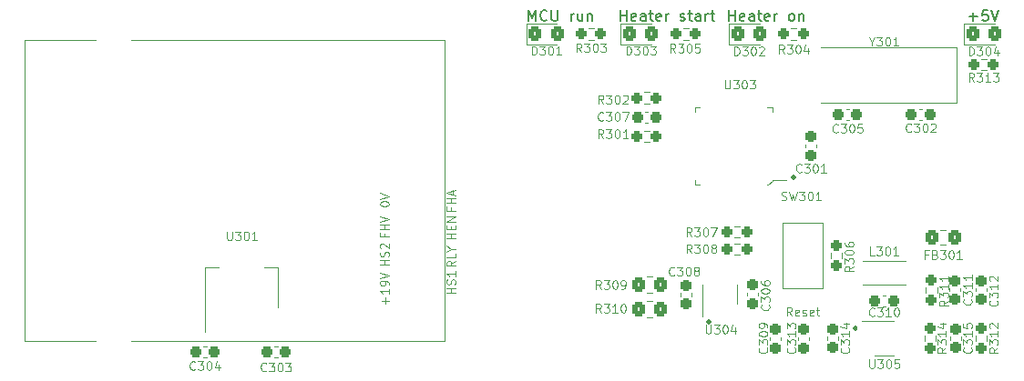
<source format=gto>
G04 #@! TF.GenerationSoftware,KiCad,Pcbnew,(6.0.9)*
G04 #@! TF.CreationDate,2022-11-14T17:51:37+01:00*
G04 #@! TF.ProjectId,HeaterMCU,48656174-6572-44d4-9355-2e6b69636164,rev?*
G04 #@! TF.SameCoordinates,Original*
G04 #@! TF.FileFunction,Legend,Top*
G04 #@! TF.FilePolarity,Positive*
%FSLAX46Y46*%
G04 Gerber Fmt 4.6, Leading zero omitted, Abs format (unit mm)*
G04 Created by KiCad (PCBNEW (6.0.9)) date 2022-11-14 17:51:37*
%MOMM*%
%LPD*%
G01*
G04 APERTURE LIST*
G04 Aperture macros list*
%AMRoundRect*
0 Rectangle with rounded corners*
0 $1 Rounding radius*
0 $2 $3 $4 $5 $6 $7 $8 $9 X,Y pos of 4 corners*
0 Add a 4 corners polygon primitive as box body*
4,1,4,$2,$3,$4,$5,$6,$7,$8,$9,$2,$3,0*
0 Add four circle primitives for the rounded corners*
1,1,$1+$1,$2,$3*
1,1,$1+$1,$4,$5*
1,1,$1+$1,$6,$7*
1,1,$1+$1,$8,$9*
0 Add four rect primitives between the rounded corners*
20,1,$1+$1,$2,$3,$4,$5,0*
20,1,$1+$1,$4,$5,$6,$7,0*
20,1,$1+$1,$6,$7,$8,$9,0*
20,1,$1+$1,$8,$9,$2,$3,0*%
G04 Aperture macros list end*
%ADD10C,0.100000*%
%ADD11C,0.150000*%
%ADD12C,0.300000*%
%ADD13C,0.120000*%
%ADD14RoundRect,0.237500X-0.300000X-0.237500X0.300000X-0.237500X0.300000X0.237500X-0.300000X0.237500X0*%
%ADD15R,1.500000X0.550000*%
%ADD16R,0.550000X1.500000*%
%ADD17RoundRect,0.237500X-0.237500X0.300000X-0.237500X-0.300000X0.237500X-0.300000X0.237500X0.300000X0*%
%ADD18RoundRect,0.237500X0.300000X0.237500X-0.300000X0.237500X-0.300000X-0.237500X0.300000X-0.237500X0*%
%ADD19RoundRect,0.250000X-0.325000X-0.450000X0.325000X-0.450000X0.325000X0.450000X-0.325000X0.450000X0*%
%ADD20RoundRect,0.237500X-0.237500X0.250000X-0.237500X-0.250000X0.237500X-0.250000X0.237500X0.250000X0*%
%ADD21C,3.200000*%
%ADD22RoundRect,0.237500X0.250000X0.237500X-0.250000X0.237500X-0.250000X-0.237500X0.250000X-0.237500X0*%
%ADD23RoundRect,0.250000X0.325000X0.450000X-0.325000X0.450000X-0.325000X-0.450000X0.325000X-0.450000X0*%
%ADD24C,2.700000*%
%ADD25R,1.700000X1.700000*%
%ADD26C,1.700000*%
%ADD27R,0.400000X1.560000*%
%ADD28RoundRect,0.250000X0.350000X0.450000X-0.350000X0.450000X-0.350000X-0.450000X0.350000X-0.450000X0*%
%ADD29R,1.500000X2.000000*%
%ADD30R,3.800000X2.000000*%
%ADD31RoundRect,0.237500X-0.250000X-0.237500X0.250000X-0.237500X0.250000X0.237500X-0.250000X0.237500X0*%
%ADD32RoundRect,0.237500X0.237500X-0.300000X0.237500X0.300000X-0.237500X0.300000X-0.237500X-0.300000X0*%
%ADD33R,4.500000X2.000000*%
%ADD34R,1.650000X2.000000*%
%ADD35R,1.500000X1.500000*%
%ADD36RoundRect,0.237500X0.237500X-0.250000X0.237500X0.250000X-0.237500X0.250000X-0.237500X-0.250000X0*%
%ADD37R,1.560000X0.650000*%
%ADD38O,1.700000X1.700000*%
G04 APERTURE END LIST*
D10*
X96761904Y-66909523D02*
X95961904Y-66909523D01*
X96342857Y-66909523D02*
X96342857Y-66452380D01*
X96761904Y-66452380D02*
X95961904Y-66452380D01*
X96342857Y-66071428D02*
X96342857Y-65804761D01*
X96761904Y-65690476D02*
X96761904Y-66071428D01*
X95961904Y-66071428D01*
X95961904Y-65690476D01*
X96761904Y-65347619D02*
X95961904Y-65347619D01*
X96761904Y-64890476D01*
X95961904Y-64890476D01*
D11*
X112090476Y-46652380D02*
X112090476Y-45652380D01*
X112090476Y-46128571D02*
X112661904Y-46128571D01*
X112661904Y-46652380D02*
X112661904Y-45652380D01*
X113519047Y-46604761D02*
X113423809Y-46652380D01*
X113233333Y-46652380D01*
X113138095Y-46604761D01*
X113090476Y-46509523D01*
X113090476Y-46128571D01*
X113138095Y-46033333D01*
X113233333Y-45985714D01*
X113423809Y-45985714D01*
X113519047Y-46033333D01*
X113566666Y-46128571D01*
X113566666Y-46223809D01*
X113090476Y-46319047D01*
X114423809Y-46652380D02*
X114423809Y-46128571D01*
X114376190Y-46033333D01*
X114280952Y-45985714D01*
X114090476Y-45985714D01*
X113995238Y-46033333D01*
X114423809Y-46604761D02*
X114328571Y-46652380D01*
X114090476Y-46652380D01*
X113995238Y-46604761D01*
X113947619Y-46509523D01*
X113947619Y-46414285D01*
X113995238Y-46319047D01*
X114090476Y-46271428D01*
X114328571Y-46271428D01*
X114423809Y-46223809D01*
X114757142Y-45985714D02*
X115138095Y-45985714D01*
X114900000Y-45652380D02*
X114900000Y-46509523D01*
X114947619Y-46604761D01*
X115042857Y-46652380D01*
X115138095Y-46652380D01*
X115852380Y-46604761D02*
X115757142Y-46652380D01*
X115566666Y-46652380D01*
X115471428Y-46604761D01*
X115423809Y-46509523D01*
X115423809Y-46128571D01*
X115471428Y-46033333D01*
X115566666Y-45985714D01*
X115757142Y-45985714D01*
X115852380Y-46033333D01*
X115900000Y-46128571D01*
X115900000Y-46223809D01*
X115423809Y-46319047D01*
X116328571Y-46652380D02*
X116328571Y-45985714D01*
X116328571Y-46176190D02*
X116376190Y-46080952D01*
X116423809Y-46033333D01*
X116519047Y-45985714D01*
X116614285Y-45985714D01*
X117661904Y-46604761D02*
X117757142Y-46652380D01*
X117947619Y-46652380D01*
X118042857Y-46604761D01*
X118090476Y-46509523D01*
X118090476Y-46461904D01*
X118042857Y-46366666D01*
X117947619Y-46319047D01*
X117804761Y-46319047D01*
X117709523Y-46271428D01*
X117661904Y-46176190D01*
X117661904Y-46128571D01*
X117709523Y-46033333D01*
X117804761Y-45985714D01*
X117947619Y-45985714D01*
X118042857Y-46033333D01*
X118376190Y-45985714D02*
X118757142Y-45985714D01*
X118519047Y-45652380D02*
X118519047Y-46509523D01*
X118566666Y-46604761D01*
X118661904Y-46652380D01*
X118757142Y-46652380D01*
X119519047Y-46652380D02*
X119519047Y-46128571D01*
X119471428Y-46033333D01*
X119376190Y-45985714D01*
X119185714Y-45985714D01*
X119090476Y-46033333D01*
X119519047Y-46604761D02*
X119423809Y-46652380D01*
X119185714Y-46652380D01*
X119090476Y-46604761D01*
X119042857Y-46509523D01*
X119042857Y-46414285D01*
X119090476Y-46319047D01*
X119185714Y-46271428D01*
X119423809Y-46271428D01*
X119519047Y-46223809D01*
X119995238Y-46652380D02*
X119995238Y-45985714D01*
X119995238Y-46176190D02*
X120042857Y-46080952D01*
X120090476Y-46033333D01*
X120185714Y-45985714D01*
X120280952Y-45985714D01*
X120471428Y-45985714D02*
X120852380Y-45985714D01*
X120614285Y-45652380D02*
X120614285Y-46509523D01*
X120661904Y-46604761D01*
X120757142Y-46652380D01*
X120852380Y-46652380D01*
D10*
X96342857Y-64047619D02*
X96342857Y-64314285D01*
X96761904Y-64314285D02*
X95961904Y-64314285D01*
X95961904Y-63933333D01*
X96761904Y-63628571D02*
X95961904Y-63628571D01*
X96342857Y-63628571D02*
X96342857Y-63171428D01*
X96761904Y-63171428D02*
X95961904Y-63171428D01*
X96533333Y-62828571D02*
X96533333Y-62447619D01*
X96761904Y-62904761D02*
X95961904Y-62638095D01*
X96761904Y-62371428D01*
X96761904Y-69019047D02*
X96380952Y-69285714D01*
X96761904Y-69476190D02*
X95961904Y-69476190D01*
X95961904Y-69171428D01*
X96000000Y-69095238D01*
X96038095Y-69057142D01*
X96114285Y-69019047D01*
X96228571Y-69019047D01*
X96304761Y-69057142D01*
X96342857Y-69095238D01*
X96380952Y-69171428D01*
X96380952Y-69476190D01*
X96761904Y-68295238D02*
X96761904Y-68676190D01*
X95961904Y-68676190D01*
X96380952Y-67876190D02*
X96761904Y-67876190D01*
X95961904Y-68142857D02*
X96380952Y-67876190D01*
X95961904Y-67609523D01*
X128034523Y-74111904D02*
X127767857Y-73730952D01*
X127577380Y-74111904D02*
X127577380Y-73311904D01*
X127882142Y-73311904D01*
X127958333Y-73350000D01*
X127996428Y-73388095D01*
X128034523Y-73464285D01*
X128034523Y-73578571D01*
X127996428Y-73654761D01*
X127958333Y-73692857D01*
X127882142Y-73730952D01*
X127577380Y-73730952D01*
X128682142Y-74073809D02*
X128605952Y-74111904D01*
X128453571Y-74111904D01*
X128377380Y-74073809D01*
X128339285Y-73997619D01*
X128339285Y-73692857D01*
X128377380Y-73616666D01*
X128453571Y-73578571D01*
X128605952Y-73578571D01*
X128682142Y-73616666D01*
X128720238Y-73692857D01*
X128720238Y-73769047D01*
X128339285Y-73845238D01*
X129025000Y-74073809D02*
X129101190Y-74111904D01*
X129253571Y-74111904D01*
X129329761Y-74073809D01*
X129367857Y-73997619D01*
X129367857Y-73959523D01*
X129329761Y-73883333D01*
X129253571Y-73845238D01*
X129139285Y-73845238D01*
X129063095Y-73807142D01*
X129025000Y-73730952D01*
X129025000Y-73692857D01*
X129063095Y-73616666D01*
X129139285Y-73578571D01*
X129253571Y-73578571D01*
X129329761Y-73616666D01*
X130015476Y-74073809D02*
X129939285Y-74111904D01*
X129786904Y-74111904D01*
X129710714Y-74073809D01*
X129672619Y-73997619D01*
X129672619Y-73692857D01*
X129710714Y-73616666D01*
X129786904Y-73578571D01*
X129939285Y-73578571D01*
X130015476Y-73616666D01*
X130053571Y-73692857D01*
X130053571Y-73769047D01*
X129672619Y-73845238D01*
X130282142Y-73578571D02*
X130586904Y-73578571D01*
X130396428Y-73311904D02*
X130396428Y-73997619D01*
X130434523Y-74073809D01*
X130510714Y-74111904D01*
X130586904Y-74111904D01*
X90561904Y-69390476D02*
X89761904Y-69390476D01*
X90142857Y-69390476D02*
X90142857Y-68933333D01*
X90561904Y-68933333D02*
X89761904Y-68933333D01*
X90523809Y-68590476D02*
X90561904Y-68476190D01*
X90561904Y-68285714D01*
X90523809Y-68209523D01*
X90485714Y-68171428D01*
X90409523Y-68133333D01*
X90333333Y-68133333D01*
X90257142Y-68171428D01*
X90219047Y-68209523D01*
X90180952Y-68285714D01*
X90142857Y-68438095D01*
X90104761Y-68514285D01*
X90066666Y-68552380D01*
X89990476Y-68590476D01*
X89914285Y-68590476D01*
X89838095Y-68552380D01*
X89800000Y-68514285D01*
X89761904Y-68438095D01*
X89761904Y-68247619D01*
X89800000Y-68133333D01*
X89838095Y-67828571D02*
X89800000Y-67790476D01*
X89761904Y-67714285D01*
X89761904Y-67523809D01*
X89800000Y-67447619D01*
X89838095Y-67409523D01*
X89914285Y-67371428D01*
X89990476Y-67371428D01*
X90104761Y-67409523D01*
X90561904Y-67866666D01*
X90561904Y-67371428D01*
X96761904Y-71990476D02*
X95961904Y-71990476D01*
X96342857Y-71990476D02*
X96342857Y-71533333D01*
X96761904Y-71533333D02*
X95961904Y-71533333D01*
X96723809Y-71190476D02*
X96761904Y-71076190D01*
X96761904Y-70885714D01*
X96723809Y-70809523D01*
X96685714Y-70771428D01*
X96609523Y-70733333D01*
X96533333Y-70733333D01*
X96457142Y-70771428D01*
X96419047Y-70809523D01*
X96380952Y-70885714D01*
X96342857Y-71038095D01*
X96304761Y-71114285D01*
X96266666Y-71152380D01*
X96190476Y-71190476D01*
X96114285Y-71190476D01*
X96038095Y-71152380D01*
X96000000Y-71114285D01*
X95961904Y-71038095D01*
X95961904Y-70847619D01*
X96000000Y-70733333D01*
X96761904Y-69971428D02*
X96761904Y-70428571D01*
X96761904Y-70200000D02*
X95961904Y-70200000D01*
X96076190Y-70276190D01*
X96152380Y-70352380D01*
X96190476Y-70428571D01*
D12*
X120300000Y-74585714D02*
X120371428Y-74657142D01*
X120300000Y-74728571D01*
X120228571Y-74657142D01*
X120300000Y-74585714D01*
X120300000Y-74728571D01*
D11*
X122173809Y-46652380D02*
X122173809Y-45652380D01*
X122173809Y-46128571D02*
X122745238Y-46128571D01*
X122745238Y-46652380D02*
X122745238Y-45652380D01*
X123602380Y-46604761D02*
X123507142Y-46652380D01*
X123316666Y-46652380D01*
X123221428Y-46604761D01*
X123173809Y-46509523D01*
X123173809Y-46128571D01*
X123221428Y-46033333D01*
X123316666Y-45985714D01*
X123507142Y-45985714D01*
X123602380Y-46033333D01*
X123650000Y-46128571D01*
X123650000Y-46223809D01*
X123173809Y-46319047D01*
X124507142Y-46652380D02*
X124507142Y-46128571D01*
X124459523Y-46033333D01*
X124364285Y-45985714D01*
X124173809Y-45985714D01*
X124078571Y-46033333D01*
X124507142Y-46604761D02*
X124411904Y-46652380D01*
X124173809Y-46652380D01*
X124078571Y-46604761D01*
X124030952Y-46509523D01*
X124030952Y-46414285D01*
X124078571Y-46319047D01*
X124173809Y-46271428D01*
X124411904Y-46271428D01*
X124507142Y-46223809D01*
X124840476Y-45985714D02*
X125221428Y-45985714D01*
X124983333Y-45652380D02*
X124983333Y-46509523D01*
X125030952Y-46604761D01*
X125126190Y-46652380D01*
X125221428Y-46652380D01*
X125935714Y-46604761D02*
X125840476Y-46652380D01*
X125650000Y-46652380D01*
X125554761Y-46604761D01*
X125507142Y-46509523D01*
X125507142Y-46128571D01*
X125554761Y-46033333D01*
X125650000Y-45985714D01*
X125840476Y-45985714D01*
X125935714Y-46033333D01*
X125983333Y-46128571D01*
X125983333Y-46223809D01*
X125507142Y-46319047D01*
X126411904Y-46652380D02*
X126411904Y-45985714D01*
X126411904Y-46176190D02*
X126459523Y-46080952D01*
X126507142Y-46033333D01*
X126602380Y-45985714D01*
X126697619Y-45985714D01*
X127935714Y-46652380D02*
X127840476Y-46604761D01*
X127792857Y-46557142D01*
X127745238Y-46461904D01*
X127745238Y-46176190D01*
X127792857Y-46080952D01*
X127840476Y-46033333D01*
X127935714Y-45985714D01*
X128078571Y-45985714D01*
X128173809Y-46033333D01*
X128221428Y-46080952D01*
X128269047Y-46176190D01*
X128269047Y-46461904D01*
X128221428Y-46557142D01*
X128173809Y-46604761D01*
X128078571Y-46652380D01*
X127935714Y-46652380D01*
X128697619Y-45985714D02*
X128697619Y-46652380D01*
X128697619Y-46080952D02*
X128745238Y-46033333D01*
X128840476Y-45985714D01*
X128983333Y-45985714D01*
X129078571Y-46033333D01*
X129126190Y-46128571D01*
X129126190Y-46652380D01*
X144514285Y-46271428D02*
X145276190Y-46271428D01*
X144895238Y-46652380D02*
X144895238Y-45890476D01*
X146228571Y-45652380D02*
X145752380Y-45652380D01*
X145704761Y-46128571D01*
X145752380Y-46080952D01*
X145847619Y-46033333D01*
X146085714Y-46033333D01*
X146180952Y-46080952D01*
X146228571Y-46128571D01*
X146276190Y-46223809D01*
X146276190Y-46461904D01*
X146228571Y-46557142D01*
X146180952Y-46604761D01*
X146085714Y-46652380D01*
X145847619Y-46652380D01*
X145752380Y-46604761D01*
X145704761Y-46557142D01*
X146561904Y-45652380D02*
X146895238Y-46652380D01*
X147228571Y-45652380D01*
X103547619Y-46652380D02*
X103547619Y-45652380D01*
X103880952Y-46366666D01*
X104214285Y-45652380D01*
X104214285Y-46652380D01*
X105261904Y-46557142D02*
X105214285Y-46604761D01*
X105071428Y-46652380D01*
X104976190Y-46652380D01*
X104833333Y-46604761D01*
X104738095Y-46509523D01*
X104690476Y-46414285D01*
X104642857Y-46223809D01*
X104642857Y-46080952D01*
X104690476Y-45890476D01*
X104738095Y-45795238D01*
X104833333Y-45700000D01*
X104976190Y-45652380D01*
X105071428Y-45652380D01*
X105214285Y-45700000D01*
X105261904Y-45747619D01*
X105690476Y-45652380D02*
X105690476Y-46461904D01*
X105738095Y-46557142D01*
X105785714Y-46604761D01*
X105880952Y-46652380D01*
X106071428Y-46652380D01*
X106166666Y-46604761D01*
X106214285Y-46557142D01*
X106261904Y-46461904D01*
X106261904Y-45652380D01*
X107500000Y-46652380D02*
X107500000Y-45985714D01*
X107500000Y-46176190D02*
X107547619Y-46080952D01*
X107595238Y-46033333D01*
X107690476Y-45985714D01*
X107785714Y-45985714D01*
X108547619Y-45985714D02*
X108547619Y-46652380D01*
X108119047Y-45985714D02*
X108119047Y-46509523D01*
X108166666Y-46604761D01*
X108261904Y-46652380D01*
X108404761Y-46652380D01*
X108500000Y-46604761D01*
X108547619Y-46557142D01*
X109023809Y-45985714D02*
X109023809Y-46652380D01*
X109023809Y-46080952D02*
X109071428Y-46033333D01*
X109166666Y-45985714D01*
X109309523Y-45985714D01*
X109404761Y-46033333D01*
X109452380Y-46128571D01*
X109452380Y-46652380D01*
D10*
X90142857Y-66497619D02*
X90142857Y-66764285D01*
X90561904Y-66764285D02*
X89761904Y-66764285D01*
X89761904Y-66383333D01*
X90561904Y-66078571D02*
X89761904Y-66078571D01*
X90142857Y-66078571D02*
X90142857Y-65621428D01*
X90561904Y-65621428D02*
X89761904Y-65621428D01*
X89761904Y-65354761D02*
X90561904Y-65088095D01*
X89761904Y-64821428D01*
X90257142Y-73009523D02*
X90257142Y-72400000D01*
X90561904Y-72704761D02*
X89952380Y-72704761D01*
X90561904Y-71600000D02*
X90561904Y-72057142D01*
X90561904Y-71828571D02*
X89761904Y-71828571D01*
X89876190Y-71904761D01*
X89952380Y-71980952D01*
X89990476Y-72057142D01*
X90561904Y-71219047D02*
X90561904Y-71066666D01*
X90523809Y-70990476D01*
X90485714Y-70952380D01*
X90371428Y-70876190D01*
X90219047Y-70838095D01*
X89914285Y-70838095D01*
X89838095Y-70876190D01*
X89800000Y-70914285D01*
X89761904Y-70990476D01*
X89761904Y-71142857D01*
X89800000Y-71219047D01*
X89838095Y-71257142D01*
X89914285Y-71295238D01*
X90104761Y-71295238D01*
X90180952Y-71257142D01*
X90219047Y-71219047D01*
X90257142Y-71142857D01*
X90257142Y-70990476D01*
X90219047Y-70914285D01*
X90180952Y-70876190D01*
X90104761Y-70838095D01*
X89761904Y-70609523D02*
X90561904Y-70342857D01*
X89761904Y-70076190D01*
D12*
X128200000Y-61135714D02*
X128271428Y-61207142D01*
X128200000Y-61278571D01*
X128128571Y-61207142D01*
X128200000Y-61135714D01*
X128200000Y-61278571D01*
D10*
X89761904Y-63730952D02*
X89761904Y-63654761D01*
X89800000Y-63578571D01*
X89838095Y-63540476D01*
X89914285Y-63502380D01*
X90066666Y-63464285D01*
X90257142Y-63464285D01*
X90409523Y-63502380D01*
X90485714Y-63540476D01*
X90523809Y-63578571D01*
X90561904Y-63654761D01*
X90561904Y-63730952D01*
X90523809Y-63807142D01*
X90485714Y-63845238D01*
X90409523Y-63883333D01*
X90257142Y-63921428D01*
X90066666Y-63921428D01*
X89914285Y-63883333D01*
X89838095Y-63845238D01*
X89800000Y-63807142D01*
X89761904Y-63730952D01*
X89761904Y-63235714D02*
X90561904Y-62969047D01*
X89761904Y-62702380D01*
D12*
X133900000Y-75185714D02*
X133971428Y-75257142D01*
X133900000Y-75328571D01*
X133828571Y-75257142D01*
X133900000Y-75185714D01*
X133900000Y-75328571D01*
D10*
X132304761Y-56985714D02*
X132266666Y-57023809D01*
X132152380Y-57061904D01*
X132076190Y-57061904D01*
X131961904Y-57023809D01*
X131885714Y-56947619D01*
X131847619Y-56871428D01*
X131809523Y-56719047D01*
X131809523Y-56604761D01*
X131847619Y-56452380D01*
X131885714Y-56376190D01*
X131961904Y-56300000D01*
X132076190Y-56261904D01*
X132152380Y-56261904D01*
X132266666Y-56300000D01*
X132304761Y-56338095D01*
X132571428Y-56261904D02*
X133066666Y-56261904D01*
X132800000Y-56566666D01*
X132914285Y-56566666D01*
X132990476Y-56604761D01*
X133028571Y-56642857D01*
X133066666Y-56719047D01*
X133066666Y-56909523D01*
X133028571Y-56985714D01*
X132990476Y-57023809D01*
X132914285Y-57061904D01*
X132685714Y-57061904D01*
X132609523Y-57023809D01*
X132571428Y-56985714D01*
X133561904Y-56261904D02*
X133638095Y-56261904D01*
X133714285Y-56300000D01*
X133752380Y-56338095D01*
X133790476Y-56414285D01*
X133828571Y-56566666D01*
X133828571Y-56757142D01*
X133790476Y-56909523D01*
X133752380Y-56985714D01*
X133714285Y-57023809D01*
X133638095Y-57061904D01*
X133561904Y-57061904D01*
X133485714Y-57023809D01*
X133447619Y-56985714D01*
X133409523Y-56909523D01*
X133371428Y-56757142D01*
X133371428Y-56566666D01*
X133409523Y-56414285D01*
X133447619Y-56338095D01*
X133485714Y-56300000D01*
X133561904Y-56261904D01*
X134552380Y-56261904D02*
X134171428Y-56261904D01*
X134133333Y-56642857D01*
X134171428Y-56604761D01*
X134247619Y-56566666D01*
X134438095Y-56566666D01*
X134514285Y-56604761D01*
X134552380Y-56642857D01*
X134590476Y-56719047D01*
X134590476Y-56909523D01*
X134552380Y-56985714D01*
X134514285Y-57023809D01*
X134438095Y-57061904D01*
X134247619Y-57061904D01*
X134171428Y-57023809D01*
X134133333Y-56985714D01*
X121828571Y-52161904D02*
X121828571Y-52809523D01*
X121866666Y-52885714D01*
X121904761Y-52923809D01*
X121980952Y-52961904D01*
X122133333Y-52961904D01*
X122209523Y-52923809D01*
X122247619Y-52885714D01*
X122285714Y-52809523D01*
X122285714Y-52161904D01*
X122590476Y-52161904D02*
X123085714Y-52161904D01*
X122819047Y-52466666D01*
X122933333Y-52466666D01*
X123009523Y-52504761D01*
X123047619Y-52542857D01*
X123085714Y-52619047D01*
X123085714Y-52809523D01*
X123047619Y-52885714D01*
X123009523Y-52923809D01*
X122933333Y-52961904D01*
X122704761Y-52961904D01*
X122628571Y-52923809D01*
X122590476Y-52885714D01*
X123580952Y-52161904D02*
X123657142Y-52161904D01*
X123733333Y-52200000D01*
X123771428Y-52238095D01*
X123809523Y-52314285D01*
X123847619Y-52466666D01*
X123847619Y-52657142D01*
X123809523Y-52809523D01*
X123771428Y-52885714D01*
X123733333Y-52923809D01*
X123657142Y-52961904D01*
X123580952Y-52961904D01*
X123504761Y-52923809D01*
X123466666Y-52885714D01*
X123428571Y-52809523D01*
X123390476Y-52657142D01*
X123390476Y-52466666D01*
X123428571Y-52314285D01*
X123466666Y-52238095D01*
X123504761Y-52200000D01*
X123580952Y-52161904D01*
X124114285Y-52161904D02*
X124609523Y-52161904D01*
X124342857Y-52466666D01*
X124457142Y-52466666D01*
X124533333Y-52504761D01*
X124571428Y-52542857D01*
X124609523Y-52619047D01*
X124609523Y-52809523D01*
X124571428Y-52885714D01*
X124533333Y-52923809D01*
X124457142Y-52961904D01*
X124228571Y-52961904D01*
X124152380Y-52923809D01*
X124114285Y-52885714D01*
X128285714Y-77095238D02*
X128323809Y-77133333D01*
X128361904Y-77247619D01*
X128361904Y-77323809D01*
X128323809Y-77438095D01*
X128247619Y-77514285D01*
X128171428Y-77552380D01*
X128019047Y-77590476D01*
X127904761Y-77590476D01*
X127752380Y-77552380D01*
X127676190Y-77514285D01*
X127600000Y-77438095D01*
X127561904Y-77323809D01*
X127561904Y-77247619D01*
X127600000Y-77133333D01*
X127638095Y-77095238D01*
X127561904Y-76828571D02*
X127561904Y-76333333D01*
X127866666Y-76600000D01*
X127866666Y-76485714D01*
X127904761Y-76409523D01*
X127942857Y-76371428D01*
X128019047Y-76333333D01*
X128209523Y-76333333D01*
X128285714Y-76371428D01*
X128323809Y-76409523D01*
X128361904Y-76485714D01*
X128361904Y-76714285D01*
X128323809Y-76790476D01*
X128285714Y-76828571D01*
X128361904Y-75571428D02*
X128361904Y-76028571D01*
X128361904Y-75800000D02*
X127561904Y-75800000D01*
X127676190Y-75876190D01*
X127752380Y-75952380D01*
X127790476Y-76028571D01*
X127561904Y-75304761D02*
X127561904Y-74809523D01*
X127866666Y-75076190D01*
X127866666Y-74961904D01*
X127904761Y-74885714D01*
X127942857Y-74847619D01*
X128019047Y-74809523D01*
X128209523Y-74809523D01*
X128285714Y-74847619D01*
X128323809Y-74885714D01*
X128361904Y-74961904D01*
X128361904Y-75190476D01*
X128323809Y-75266666D01*
X128285714Y-75304761D01*
X125885714Y-73095238D02*
X125923809Y-73133333D01*
X125961904Y-73247619D01*
X125961904Y-73323809D01*
X125923809Y-73438095D01*
X125847619Y-73514285D01*
X125771428Y-73552380D01*
X125619047Y-73590476D01*
X125504761Y-73590476D01*
X125352380Y-73552380D01*
X125276190Y-73514285D01*
X125200000Y-73438095D01*
X125161904Y-73323809D01*
X125161904Y-73247619D01*
X125200000Y-73133333D01*
X125238095Y-73095238D01*
X125161904Y-72828571D02*
X125161904Y-72333333D01*
X125466666Y-72600000D01*
X125466666Y-72485714D01*
X125504761Y-72409523D01*
X125542857Y-72371428D01*
X125619047Y-72333333D01*
X125809523Y-72333333D01*
X125885714Y-72371428D01*
X125923809Y-72409523D01*
X125961904Y-72485714D01*
X125961904Y-72714285D01*
X125923809Y-72790476D01*
X125885714Y-72828571D01*
X125161904Y-71838095D02*
X125161904Y-71761904D01*
X125200000Y-71685714D01*
X125238095Y-71647619D01*
X125314285Y-71609523D01*
X125466666Y-71571428D01*
X125657142Y-71571428D01*
X125809523Y-71609523D01*
X125885714Y-71647619D01*
X125923809Y-71685714D01*
X125961904Y-71761904D01*
X125961904Y-71838095D01*
X125923809Y-71914285D01*
X125885714Y-71952380D01*
X125809523Y-71990476D01*
X125657142Y-72028571D01*
X125466666Y-72028571D01*
X125314285Y-71990476D01*
X125238095Y-71952380D01*
X125200000Y-71914285D01*
X125161904Y-71838095D01*
X125161904Y-70885714D02*
X125161904Y-71038095D01*
X125200000Y-71114285D01*
X125238095Y-71152380D01*
X125352380Y-71228571D01*
X125504761Y-71266666D01*
X125809523Y-71266666D01*
X125885714Y-71228571D01*
X125923809Y-71190476D01*
X125961904Y-71114285D01*
X125961904Y-70961904D01*
X125923809Y-70885714D01*
X125885714Y-70847619D01*
X125809523Y-70809523D01*
X125619047Y-70809523D01*
X125542857Y-70847619D01*
X125504761Y-70885714D01*
X125466666Y-70961904D01*
X125466666Y-71114285D01*
X125504761Y-71190476D01*
X125542857Y-71228571D01*
X125619047Y-71266666D01*
X79179761Y-79215714D02*
X79141666Y-79253809D01*
X79027380Y-79291904D01*
X78951190Y-79291904D01*
X78836904Y-79253809D01*
X78760714Y-79177619D01*
X78722619Y-79101428D01*
X78684523Y-78949047D01*
X78684523Y-78834761D01*
X78722619Y-78682380D01*
X78760714Y-78606190D01*
X78836904Y-78530000D01*
X78951190Y-78491904D01*
X79027380Y-78491904D01*
X79141666Y-78530000D01*
X79179761Y-78568095D01*
X79446428Y-78491904D02*
X79941666Y-78491904D01*
X79675000Y-78796666D01*
X79789285Y-78796666D01*
X79865476Y-78834761D01*
X79903571Y-78872857D01*
X79941666Y-78949047D01*
X79941666Y-79139523D01*
X79903571Y-79215714D01*
X79865476Y-79253809D01*
X79789285Y-79291904D01*
X79560714Y-79291904D01*
X79484523Y-79253809D01*
X79446428Y-79215714D01*
X80436904Y-78491904D02*
X80513095Y-78491904D01*
X80589285Y-78530000D01*
X80627380Y-78568095D01*
X80665476Y-78644285D01*
X80703571Y-78796666D01*
X80703571Y-78987142D01*
X80665476Y-79139523D01*
X80627380Y-79215714D01*
X80589285Y-79253809D01*
X80513095Y-79291904D01*
X80436904Y-79291904D01*
X80360714Y-79253809D01*
X80322619Y-79215714D01*
X80284523Y-79139523D01*
X80246428Y-78987142D01*
X80246428Y-78796666D01*
X80284523Y-78644285D01*
X80322619Y-78568095D01*
X80360714Y-78530000D01*
X80436904Y-78491904D01*
X80970238Y-78491904D02*
X81465476Y-78491904D01*
X81198809Y-78796666D01*
X81313095Y-78796666D01*
X81389285Y-78834761D01*
X81427380Y-78872857D01*
X81465476Y-78949047D01*
X81465476Y-79139523D01*
X81427380Y-79215714D01*
X81389285Y-79253809D01*
X81313095Y-79291904D01*
X81084523Y-79291904D01*
X81008333Y-79253809D01*
X80970238Y-79215714D01*
X122697619Y-49861904D02*
X122697619Y-49061904D01*
X122888095Y-49061904D01*
X123002380Y-49100000D01*
X123078571Y-49176190D01*
X123116666Y-49252380D01*
X123154761Y-49404761D01*
X123154761Y-49519047D01*
X123116666Y-49671428D01*
X123078571Y-49747619D01*
X123002380Y-49823809D01*
X122888095Y-49861904D01*
X122697619Y-49861904D01*
X123421428Y-49061904D02*
X123916666Y-49061904D01*
X123650000Y-49366666D01*
X123764285Y-49366666D01*
X123840476Y-49404761D01*
X123878571Y-49442857D01*
X123916666Y-49519047D01*
X123916666Y-49709523D01*
X123878571Y-49785714D01*
X123840476Y-49823809D01*
X123764285Y-49861904D01*
X123535714Y-49861904D01*
X123459523Y-49823809D01*
X123421428Y-49785714D01*
X124411904Y-49061904D02*
X124488095Y-49061904D01*
X124564285Y-49100000D01*
X124602380Y-49138095D01*
X124640476Y-49214285D01*
X124678571Y-49366666D01*
X124678571Y-49557142D01*
X124640476Y-49709523D01*
X124602380Y-49785714D01*
X124564285Y-49823809D01*
X124488095Y-49861904D01*
X124411904Y-49861904D01*
X124335714Y-49823809D01*
X124297619Y-49785714D01*
X124259523Y-49709523D01*
X124221428Y-49557142D01*
X124221428Y-49366666D01*
X124259523Y-49214285D01*
X124297619Y-49138095D01*
X124335714Y-49100000D01*
X124411904Y-49061904D01*
X124983333Y-49138095D02*
X125021428Y-49100000D01*
X125097619Y-49061904D01*
X125288095Y-49061904D01*
X125364285Y-49100000D01*
X125402380Y-49138095D01*
X125440476Y-49214285D01*
X125440476Y-49290476D01*
X125402380Y-49404761D01*
X124945238Y-49861904D01*
X125440476Y-49861904D01*
X135704761Y-74085714D02*
X135666666Y-74123809D01*
X135552380Y-74161904D01*
X135476190Y-74161904D01*
X135361904Y-74123809D01*
X135285714Y-74047619D01*
X135247619Y-73971428D01*
X135209523Y-73819047D01*
X135209523Y-73704761D01*
X135247619Y-73552380D01*
X135285714Y-73476190D01*
X135361904Y-73400000D01*
X135476190Y-73361904D01*
X135552380Y-73361904D01*
X135666666Y-73400000D01*
X135704761Y-73438095D01*
X135971428Y-73361904D02*
X136466666Y-73361904D01*
X136200000Y-73666666D01*
X136314285Y-73666666D01*
X136390476Y-73704761D01*
X136428571Y-73742857D01*
X136466666Y-73819047D01*
X136466666Y-74009523D01*
X136428571Y-74085714D01*
X136390476Y-74123809D01*
X136314285Y-74161904D01*
X136085714Y-74161904D01*
X136009523Y-74123809D01*
X135971428Y-74085714D01*
X137228571Y-74161904D02*
X136771428Y-74161904D01*
X137000000Y-74161904D02*
X137000000Y-73361904D01*
X136923809Y-73476190D01*
X136847619Y-73552380D01*
X136771428Y-73590476D01*
X137723809Y-73361904D02*
X137800000Y-73361904D01*
X137876190Y-73400000D01*
X137914285Y-73438095D01*
X137952380Y-73514285D01*
X137990476Y-73666666D01*
X137990476Y-73857142D01*
X137952380Y-74009523D01*
X137914285Y-74085714D01*
X137876190Y-74123809D01*
X137800000Y-74161904D01*
X137723809Y-74161904D01*
X137647619Y-74123809D01*
X137609523Y-74085714D01*
X137571428Y-74009523D01*
X137533333Y-73857142D01*
X137533333Y-73666666D01*
X137571428Y-73514285D01*
X137609523Y-73438095D01*
X137647619Y-73400000D01*
X137723809Y-73361904D01*
X147161904Y-77095238D02*
X146780952Y-77361904D01*
X147161904Y-77552380D02*
X146361904Y-77552380D01*
X146361904Y-77247619D01*
X146400000Y-77171428D01*
X146438095Y-77133333D01*
X146514285Y-77095238D01*
X146628571Y-77095238D01*
X146704761Y-77133333D01*
X146742857Y-77171428D01*
X146780952Y-77247619D01*
X146780952Y-77552380D01*
X146361904Y-76828571D02*
X146361904Y-76333333D01*
X146666666Y-76600000D01*
X146666666Y-76485714D01*
X146704761Y-76409523D01*
X146742857Y-76371428D01*
X146819047Y-76333333D01*
X147009523Y-76333333D01*
X147085714Y-76371428D01*
X147123809Y-76409523D01*
X147161904Y-76485714D01*
X147161904Y-76714285D01*
X147123809Y-76790476D01*
X147085714Y-76828571D01*
X147161904Y-75571428D02*
X147161904Y-76028571D01*
X147161904Y-75800000D02*
X146361904Y-75800000D01*
X146476190Y-75876190D01*
X146552380Y-75952380D01*
X146590476Y-76028571D01*
X146438095Y-75266666D02*
X146400000Y-75228571D01*
X146361904Y-75152380D01*
X146361904Y-74961904D01*
X146400000Y-74885714D01*
X146438095Y-74847619D01*
X146514285Y-74809523D01*
X146590476Y-74809523D01*
X146704761Y-74847619D01*
X147161904Y-75304761D01*
X147161904Y-74809523D01*
X110504761Y-57561904D02*
X110238095Y-57180952D01*
X110047619Y-57561904D02*
X110047619Y-56761904D01*
X110352380Y-56761904D01*
X110428571Y-56800000D01*
X110466666Y-56838095D01*
X110504761Y-56914285D01*
X110504761Y-57028571D01*
X110466666Y-57104761D01*
X110428571Y-57142857D01*
X110352380Y-57180952D01*
X110047619Y-57180952D01*
X110771428Y-56761904D02*
X111266666Y-56761904D01*
X111000000Y-57066666D01*
X111114285Y-57066666D01*
X111190476Y-57104761D01*
X111228571Y-57142857D01*
X111266666Y-57219047D01*
X111266666Y-57409523D01*
X111228571Y-57485714D01*
X111190476Y-57523809D01*
X111114285Y-57561904D01*
X110885714Y-57561904D01*
X110809523Y-57523809D01*
X110771428Y-57485714D01*
X111761904Y-56761904D02*
X111838095Y-56761904D01*
X111914285Y-56800000D01*
X111952380Y-56838095D01*
X111990476Y-56914285D01*
X112028571Y-57066666D01*
X112028571Y-57257142D01*
X111990476Y-57409523D01*
X111952380Y-57485714D01*
X111914285Y-57523809D01*
X111838095Y-57561904D01*
X111761904Y-57561904D01*
X111685714Y-57523809D01*
X111647619Y-57485714D01*
X111609523Y-57409523D01*
X111571428Y-57257142D01*
X111571428Y-57066666D01*
X111609523Y-56914285D01*
X111647619Y-56838095D01*
X111685714Y-56800000D01*
X111761904Y-56761904D01*
X112790476Y-57561904D02*
X112333333Y-57561904D01*
X112561904Y-57561904D02*
X112561904Y-56761904D01*
X112485714Y-56876190D01*
X112409523Y-56952380D01*
X112333333Y-56990476D01*
X140671428Y-68392857D02*
X140404761Y-68392857D01*
X140404761Y-68811904D02*
X140404761Y-68011904D01*
X140785714Y-68011904D01*
X141357142Y-68392857D02*
X141471428Y-68430952D01*
X141509523Y-68469047D01*
X141547619Y-68545238D01*
X141547619Y-68659523D01*
X141509523Y-68735714D01*
X141471428Y-68773809D01*
X141395238Y-68811904D01*
X141090476Y-68811904D01*
X141090476Y-68011904D01*
X141357142Y-68011904D01*
X141433333Y-68050000D01*
X141471428Y-68088095D01*
X141509523Y-68164285D01*
X141509523Y-68240476D01*
X141471428Y-68316666D01*
X141433333Y-68354761D01*
X141357142Y-68392857D01*
X141090476Y-68392857D01*
X141814285Y-68011904D02*
X142309523Y-68011904D01*
X142042857Y-68316666D01*
X142157142Y-68316666D01*
X142233333Y-68354761D01*
X142271428Y-68392857D01*
X142309523Y-68469047D01*
X142309523Y-68659523D01*
X142271428Y-68735714D01*
X142233333Y-68773809D01*
X142157142Y-68811904D01*
X141928571Y-68811904D01*
X141852380Y-68773809D01*
X141814285Y-68735714D01*
X142804761Y-68011904D02*
X142880952Y-68011904D01*
X142957142Y-68050000D01*
X142995238Y-68088095D01*
X143033333Y-68164285D01*
X143071428Y-68316666D01*
X143071428Y-68507142D01*
X143033333Y-68659523D01*
X142995238Y-68735714D01*
X142957142Y-68773809D01*
X142880952Y-68811904D01*
X142804761Y-68811904D01*
X142728571Y-68773809D01*
X142690476Y-68735714D01*
X142652380Y-68659523D01*
X142614285Y-68507142D01*
X142614285Y-68316666D01*
X142652380Y-68164285D01*
X142690476Y-68088095D01*
X142728571Y-68050000D01*
X142804761Y-68011904D01*
X143833333Y-68811904D02*
X143376190Y-68811904D01*
X143604761Y-68811904D02*
X143604761Y-68011904D01*
X143528571Y-68126190D01*
X143452380Y-68202380D01*
X143376190Y-68240476D01*
X142561904Y-72695238D02*
X142180952Y-72961904D01*
X142561904Y-73152380D02*
X141761904Y-73152380D01*
X141761904Y-72847619D01*
X141800000Y-72771428D01*
X141838095Y-72733333D01*
X141914285Y-72695238D01*
X142028571Y-72695238D01*
X142104761Y-72733333D01*
X142142857Y-72771428D01*
X142180952Y-72847619D01*
X142180952Y-73152380D01*
X141761904Y-72428571D02*
X141761904Y-71933333D01*
X142066666Y-72200000D01*
X142066666Y-72085714D01*
X142104761Y-72009523D01*
X142142857Y-71971428D01*
X142219047Y-71933333D01*
X142409523Y-71933333D01*
X142485714Y-71971428D01*
X142523809Y-72009523D01*
X142561904Y-72085714D01*
X142561904Y-72314285D01*
X142523809Y-72390476D01*
X142485714Y-72428571D01*
X142561904Y-71171428D02*
X142561904Y-71628571D01*
X142561904Y-71400000D02*
X141761904Y-71400000D01*
X141876190Y-71476190D01*
X141952380Y-71552380D01*
X141990476Y-71628571D01*
X142561904Y-70409523D02*
X142561904Y-70866666D01*
X142561904Y-70638095D02*
X141761904Y-70638095D01*
X141876190Y-70714285D01*
X141952380Y-70790476D01*
X141990476Y-70866666D01*
X139104761Y-56935714D02*
X139066666Y-56973809D01*
X138952380Y-57011904D01*
X138876190Y-57011904D01*
X138761904Y-56973809D01*
X138685714Y-56897619D01*
X138647619Y-56821428D01*
X138609523Y-56669047D01*
X138609523Y-56554761D01*
X138647619Y-56402380D01*
X138685714Y-56326190D01*
X138761904Y-56250000D01*
X138876190Y-56211904D01*
X138952380Y-56211904D01*
X139066666Y-56250000D01*
X139104761Y-56288095D01*
X139371428Y-56211904D02*
X139866666Y-56211904D01*
X139600000Y-56516666D01*
X139714285Y-56516666D01*
X139790476Y-56554761D01*
X139828571Y-56592857D01*
X139866666Y-56669047D01*
X139866666Y-56859523D01*
X139828571Y-56935714D01*
X139790476Y-56973809D01*
X139714285Y-57011904D01*
X139485714Y-57011904D01*
X139409523Y-56973809D01*
X139371428Y-56935714D01*
X140361904Y-56211904D02*
X140438095Y-56211904D01*
X140514285Y-56250000D01*
X140552380Y-56288095D01*
X140590476Y-56364285D01*
X140628571Y-56516666D01*
X140628571Y-56707142D01*
X140590476Y-56859523D01*
X140552380Y-56935714D01*
X140514285Y-56973809D01*
X140438095Y-57011904D01*
X140361904Y-57011904D01*
X140285714Y-56973809D01*
X140247619Y-56935714D01*
X140209523Y-56859523D01*
X140171428Y-56707142D01*
X140171428Y-56516666D01*
X140209523Y-56364285D01*
X140247619Y-56288095D01*
X140285714Y-56250000D01*
X140361904Y-56211904D01*
X140933333Y-56288095D02*
X140971428Y-56250000D01*
X141047619Y-56211904D01*
X141238095Y-56211904D01*
X141314285Y-56250000D01*
X141352380Y-56288095D01*
X141390476Y-56364285D01*
X141390476Y-56440476D01*
X141352380Y-56554761D01*
X140895238Y-57011904D01*
X141390476Y-57011904D01*
X103847619Y-49811904D02*
X103847619Y-49011904D01*
X104038095Y-49011904D01*
X104152380Y-49050000D01*
X104228571Y-49126190D01*
X104266666Y-49202380D01*
X104304761Y-49354761D01*
X104304761Y-49469047D01*
X104266666Y-49621428D01*
X104228571Y-49697619D01*
X104152380Y-49773809D01*
X104038095Y-49811904D01*
X103847619Y-49811904D01*
X104571428Y-49011904D02*
X105066666Y-49011904D01*
X104800000Y-49316666D01*
X104914285Y-49316666D01*
X104990476Y-49354761D01*
X105028571Y-49392857D01*
X105066666Y-49469047D01*
X105066666Y-49659523D01*
X105028571Y-49735714D01*
X104990476Y-49773809D01*
X104914285Y-49811904D01*
X104685714Y-49811904D01*
X104609523Y-49773809D01*
X104571428Y-49735714D01*
X105561904Y-49011904D02*
X105638095Y-49011904D01*
X105714285Y-49050000D01*
X105752380Y-49088095D01*
X105790476Y-49164285D01*
X105828571Y-49316666D01*
X105828571Y-49507142D01*
X105790476Y-49659523D01*
X105752380Y-49735714D01*
X105714285Y-49773809D01*
X105638095Y-49811904D01*
X105561904Y-49811904D01*
X105485714Y-49773809D01*
X105447619Y-49735714D01*
X105409523Y-49659523D01*
X105371428Y-49507142D01*
X105371428Y-49316666D01*
X105409523Y-49164285D01*
X105447619Y-49088095D01*
X105485714Y-49050000D01*
X105561904Y-49011904D01*
X106590476Y-49811904D02*
X106133333Y-49811904D01*
X106361904Y-49811904D02*
X106361904Y-49011904D01*
X106285714Y-49126190D01*
X106209523Y-49202380D01*
X106133333Y-49240476D01*
X120028571Y-74961904D02*
X120028571Y-75609523D01*
X120066666Y-75685714D01*
X120104761Y-75723809D01*
X120180952Y-75761904D01*
X120333333Y-75761904D01*
X120409523Y-75723809D01*
X120447619Y-75685714D01*
X120485714Y-75609523D01*
X120485714Y-74961904D01*
X120790476Y-74961904D02*
X121285714Y-74961904D01*
X121019047Y-75266666D01*
X121133333Y-75266666D01*
X121209523Y-75304761D01*
X121247619Y-75342857D01*
X121285714Y-75419047D01*
X121285714Y-75609523D01*
X121247619Y-75685714D01*
X121209523Y-75723809D01*
X121133333Y-75761904D01*
X120904761Y-75761904D01*
X120828571Y-75723809D01*
X120790476Y-75685714D01*
X121780952Y-74961904D02*
X121857142Y-74961904D01*
X121933333Y-75000000D01*
X121971428Y-75038095D01*
X122009523Y-75114285D01*
X122047619Y-75266666D01*
X122047619Y-75457142D01*
X122009523Y-75609523D01*
X121971428Y-75685714D01*
X121933333Y-75723809D01*
X121857142Y-75761904D01*
X121780952Y-75761904D01*
X121704761Y-75723809D01*
X121666666Y-75685714D01*
X121628571Y-75609523D01*
X121590476Y-75457142D01*
X121590476Y-75266666D01*
X121628571Y-75114285D01*
X121666666Y-75038095D01*
X121704761Y-75000000D01*
X121780952Y-74961904D01*
X122733333Y-75228571D02*
X122733333Y-75761904D01*
X122542857Y-74923809D02*
X122352380Y-75495238D01*
X122847619Y-75495238D01*
X110304761Y-71611904D02*
X110038095Y-71230952D01*
X109847619Y-71611904D02*
X109847619Y-70811904D01*
X110152380Y-70811904D01*
X110228571Y-70850000D01*
X110266666Y-70888095D01*
X110304761Y-70964285D01*
X110304761Y-71078571D01*
X110266666Y-71154761D01*
X110228571Y-71192857D01*
X110152380Y-71230952D01*
X109847619Y-71230952D01*
X110571428Y-70811904D02*
X111066666Y-70811904D01*
X110800000Y-71116666D01*
X110914285Y-71116666D01*
X110990476Y-71154761D01*
X111028571Y-71192857D01*
X111066666Y-71269047D01*
X111066666Y-71459523D01*
X111028571Y-71535714D01*
X110990476Y-71573809D01*
X110914285Y-71611904D01*
X110685714Y-71611904D01*
X110609523Y-71573809D01*
X110571428Y-71535714D01*
X111561904Y-70811904D02*
X111638095Y-70811904D01*
X111714285Y-70850000D01*
X111752380Y-70888095D01*
X111790476Y-70964285D01*
X111828571Y-71116666D01*
X111828571Y-71307142D01*
X111790476Y-71459523D01*
X111752380Y-71535714D01*
X111714285Y-71573809D01*
X111638095Y-71611904D01*
X111561904Y-71611904D01*
X111485714Y-71573809D01*
X111447619Y-71535714D01*
X111409523Y-71459523D01*
X111371428Y-71307142D01*
X111371428Y-71116666D01*
X111409523Y-70964285D01*
X111447619Y-70888095D01*
X111485714Y-70850000D01*
X111561904Y-70811904D01*
X112209523Y-71611904D02*
X112361904Y-71611904D01*
X112438095Y-71573809D01*
X112476190Y-71535714D01*
X112552380Y-71421428D01*
X112590476Y-71269047D01*
X112590476Y-70964285D01*
X112552380Y-70888095D01*
X112514285Y-70850000D01*
X112438095Y-70811904D01*
X112285714Y-70811904D01*
X112209523Y-70850000D01*
X112171428Y-70888095D01*
X112133333Y-70964285D01*
X112133333Y-71154761D01*
X112171428Y-71230952D01*
X112209523Y-71269047D01*
X112285714Y-71307142D01*
X112438095Y-71307142D01*
X112514285Y-71269047D01*
X112552380Y-71230952D01*
X112590476Y-71154761D01*
X110304761Y-73811904D02*
X110038095Y-73430952D01*
X109847619Y-73811904D02*
X109847619Y-73011904D01*
X110152380Y-73011904D01*
X110228571Y-73050000D01*
X110266666Y-73088095D01*
X110304761Y-73164285D01*
X110304761Y-73278571D01*
X110266666Y-73354761D01*
X110228571Y-73392857D01*
X110152380Y-73430952D01*
X109847619Y-73430952D01*
X110571428Y-73011904D02*
X111066666Y-73011904D01*
X110800000Y-73316666D01*
X110914285Y-73316666D01*
X110990476Y-73354761D01*
X111028571Y-73392857D01*
X111066666Y-73469047D01*
X111066666Y-73659523D01*
X111028571Y-73735714D01*
X110990476Y-73773809D01*
X110914285Y-73811904D01*
X110685714Y-73811904D01*
X110609523Y-73773809D01*
X110571428Y-73735714D01*
X111828571Y-73811904D02*
X111371428Y-73811904D01*
X111600000Y-73811904D02*
X111600000Y-73011904D01*
X111523809Y-73126190D01*
X111447619Y-73202380D01*
X111371428Y-73240476D01*
X112323809Y-73011904D02*
X112400000Y-73011904D01*
X112476190Y-73050000D01*
X112514285Y-73088095D01*
X112552380Y-73164285D01*
X112590476Y-73316666D01*
X112590476Y-73507142D01*
X112552380Y-73659523D01*
X112514285Y-73735714D01*
X112476190Y-73773809D01*
X112400000Y-73811904D01*
X112323809Y-73811904D01*
X112247619Y-73773809D01*
X112209523Y-73735714D01*
X112171428Y-73659523D01*
X112133333Y-73507142D01*
X112133333Y-73316666D01*
X112171428Y-73164285D01*
X112209523Y-73088095D01*
X112247619Y-73050000D01*
X112323809Y-73011904D01*
X75528571Y-66261904D02*
X75528571Y-66909523D01*
X75566666Y-66985714D01*
X75604761Y-67023809D01*
X75680952Y-67061904D01*
X75833333Y-67061904D01*
X75909523Y-67023809D01*
X75947619Y-66985714D01*
X75985714Y-66909523D01*
X75985714Y-66261904D01*
X76290476Y-66261904D02*
X76785714Y-66261904D01*
X76519047Y-66566666D01*
X76633333Y-66566666D01*
X76709523Y-66604761D01*
X76747619Y-66642857D01*
X76785714Y-66719047D01*
X76785714Y-66909523D01*
X76747619Y-66985714D01*
X76709523Y-67023809D01*
X76633333Y-67061904D01*
X76404761Y-67061904D01*
X76328571Y-67023809D01*
X76290476Y-66985714D01*
X77280952Y-66261904D02*
X77357142Y-66261904D01*
X77433333Y-66300000D01*
X77471428Y-66338095D01*
X77509523Y-66414285D01*
X77547619Y-66566666D01*
X77547619Y-66757142D01*
X77509523Y-66909523D01*
X77471428Y-66985714D01*
X77433333Y-67023809D01*
X77357142Y-67061904D01*
X77280952Y-67061904D01*
X77204761Y-67023809D01*
X77166666Y-66985714D01*
X77128571Y-66909523D01*
X77090476Y-66757142D01*
X77090476Y-66566666D01*
X77128571Y-66414285D01*
X77166666Y-66338095D01*
X77204761Y-66300000D01*
X77280952Y-66261904D01*
X78309523Y-67061904D02*
X77852380Y-67061904D01*
X78080952Y-67061904D02*
X78080952Y-66261904D01*
X78004761Y-66376190D01*
X77928571Y-66452380D01*
X77852380Y-66490476D01*
X108454761Y-49546904D02*
X108188095Y-49165952D01*
X107997619Y-49546904D02*
X107997619Y-48746904D01*
X108302380Y-48746904D01*
X108378571Y-48785000D01*
X108416666Y-48823095D01*
X108454761Y-48899285D01*
X108454761Y-49013571D01*
X108416666Y-49089761D01*
X108378571Y-49127857D01*
X108302380Y-49165952D01*
X107997619Y-49165952D01*
X108721428Y-48746904D02*
X109216666Y-48746904D01*
X108950000Y-49051666D01*
X109064285Y-49051666D01*
X109140476Y-49089761D01*
X109178571Y-49127857D01*
X109216666Y-49204047D01*
X109216666Y-49394523D01*
X109178571Y-49470714D01*
X109140476Y-49508809D01*
X109064285Y-49546904D01*
X108835714Y-49546904D01*
X108759523Y-49508809D01*
X108721428Y-49470714D01*
X109711904Y-48746904D02*
X109788095Y-48746904D01*
X109864285Y-48785000D01*
X109902380Y-48823095D01*
X109940476Y-48899285D01*
X109978571Y-49051666D01*
X109978571Y-49242142D01*
X109940476Y-49394523D01*
X109902380Y-49470714D01*
X109864285Y-49508809D01*
X109788095Y-49546904D01*
X109711904Y-49546904D01*
X109635714Y-49508809D01*
X109597619Y-49470714D01*
X109559523Y-49394523D01*
X109521428Y-49242142D01*
X109521428Y-49051666D01*
X109559523Y-48899285D01*
X109597619Y-48823095D01*
X109635714Y-48785000D01*
X109711904Y-48746904D01*
X110245238Y-48746904D02*
X110740476Y-48746904D01*
X110473809Y-49051666D01*
X110588095Y-49051666D01*
X110664285Y-49089761D01*
X110702380Y-49127857D01*
X110740476Y-49204047D01*
X110740476Y-49394523D01*
X110702380Y-49470714D01*
X110664285Y-49508809D01*
X110588095Y-49546904D01*
X110359523Y-49546904D01*
X110283333Y-49508809D01*
X110245238Y-49470714D01*
X128904761Y-60685714D02*
X128866666Y-60723809D01*
X128752380Y-60761904D01*
X128676190Y-60761904D01*
X128561904Y-60723809D01*
X128485714Y-60647619D01*
X128447619Y-60571428D01*
X128409523Y-60419047D01*
X128409523Y-60304761D01*
X128447619Y-60152380D01*
X128485714Y-60076190D01*
X128561904Y-60000000D01*
X128676190Y-59961904D01*
X128752380Y-59961904D01*
X128866666Y-60000000D01*
X128904761Y-60038095D01*
X129171428Y-59961904D02*
X129666666Y-59961904D01*
X129400000Y-60266666D01*
X129514285Y-60266666D01*
X129590476Y-60304761D01*
X129628571Y-60342857D01*
X129666666Y-60419047D01*
X129666666Y-60609523D01*
X129628571Y-60685714D01*
X129590476Y-60723809D01*
X129514285Y-60761904D01*
X129285714Y-60761904D01*
X129209523Y-60723809D01*
X129171428Y-60685714D01*
X130161904Y-59961904D02*
X130238095Y-59961904D01*
X130314285Y-60000000D01*
X130352380Y-60038095D01*
X130390476Y-60114285D01*
X130428571Y-60266666D01*
X130428571Y-60457142D01*
X130390476Y-60609523D01*
X130352380Y-60685714D01*
X130314285Y-60723809D01*
X130238095Y-60761904D01*
X130161904Y-60761904D01*
X130085714Y-60723809D01*
X130047619Y-60685714D01*
X130009523Y-60609523D01*
X129971428Y-60457142D01*
X129971428Y-60266666D01*
X130009523Y-60114285D01*
X130047619Y-60038095D01*
X130085714Y-60000000D01*
X130161904Y-59961904D01*
X131190476Y-60761904D02*
X130733333Y-60761904D01*
X130961904Y-60761904D02*
X130961904Y-59961904D01*
X130885714Y-60076190D01*
X130809523Y-60152380D01*
X130733333Y-60190476D01*
X72579761Y-79085714D02*
X72541666Y-79123809D01*
X72427380Y-79161904D01*
X72351190Y-79161904D01*
X72236904Y-79123809D01*
X72160714Y-79047619D01*
X72122619Y-78971428D01*
X72084523Y-78819047D01*
X72084523Y-78704761D01*
X72122619Y-78552380D01*
X72160714Y-78476190D01*
X72236904Y-78400000D01*
X72351190Y-78361904D01*
X72427380Y-78361904D01*
X72541666Y-78400000D01*
X72579761Y-78438095D01*
X72846428Y-78361904D02*
X73341666Y-78361904D01*
X73075000Y-78666666D01*
X73189285Y-78666666D01*
X73265476Y-78704761D01*
X73303571Y-78742857D01*
X73341666Y-78819047D01*
X73341666Y-79009523D01*
X73303571Y-79085714D01*
X73265476Y-79123809D01*
X73189285Y-79161904D01*
X72960714Y-79161904D01*
X72884523Y-79123809D01*
X72846428Y-79085714D01*
X73836904Y-78361904D02*
X73913095Y-78361904D01*
X73989285Y-78400000D01*
X74027380Y-78438095D01*
X74065476Y-78514285D01*
X74103571Y-78666666D01*
X74103571Y-78857142D01*
X74065476Y-79009523D01*
X74027380Y-79085714D01*
X73989285Y-79123809D01*
X73913095Y-79161904D01*
X73836904Y-79161904D01*
X73760714Y-79123809D01*
X73722619Y-79085714D01*
X73684523Y-79009523D01*
X73646428Y-78857142D01*
X73646428Y-78666666D01*
X73684523Y-78514285D01*
X73722619Y-78438095D01*
X73760714Y-78400000D01*
X73836904Y-78361904D01*
X74789285Y-78628571D02*
X74789285Y-79161904D01*
X74598809Y-78323809D02*
X74408333Y-78895238D01*
X74903571Y-78895238D01*
X144685714Y-72595238D02*
X144723809Y-72633333D01*
X144761904Y-72747619D01*
X144761904Y-72823809D01*
X144723809Y-72938095D01*
X144647619Y-73014285D01*
X144571428Y-73052380D01*
X144419047Y-73090476D01*
X144304761Y-73090476D01*
X144152380Y-73052380D01*
X144076190Y-73014285D01*
X144000000Y-72938095D01*
X143961904Y-72823809D01*
X143961904Y-72747619D01*
X144000000Y-72633333D01*
X144038095Y-72595238D01*
X143961904Y-72328571D02*
X143961904Y-71833333D01*
X144266666Y-72100000D01*
X144266666Y-71985714D01*
X144304761Y-71909523D01*
X144342857Y-71871428D01*
X144419047Y-71833333D01*
X144609523Y-71833333D01*
X144685714Y-71871428D01*
X144723809Y-71909523D01*
X144761904Y-71985714D01*
X144761904Y-72214285D01*
X144723809Y-72290476D01*
X144685714Y-72328571D01*
X144761904Y-71071428D02*
X144761904Y-71528571D01*
X144761904Y-71300000D02*
X143961904Y-71300000D01*
X144076190Y-71376190D01*
X144152380Y-71452380D01*
X144190476Y-71528571D01*
X144761904Y-70309523D02*
X144761904Y-70766666D01*
X144761904Y-70538095D02*
X143961904Y-70538095D01*
X144076190Y-70614285D01*
X144152380Y-70690476D01*
X144190476Y-70766666D01*
X118704761Y-68261904D02*
X118438095Y-67880952D01*
X118247619Y-68261904D02*
X118247619Y-67461904D01*
X118552380Y-67461904D01*
X118628571Y-67500000D01*
X118666666Y-67538095D01*
X118704761Y-67614285D01*
X118704761Y-67728571D01*
X118666666Y-67804761D01*
X118628571Y-67842857D01*
X118552380Y-67880952D01*
X118247619Y-67880952D01*
X118971428Y-67461904D02*
X119466666Y-67461904D01*
X119200000Y-67766666D01*
X119314285Y-67766666D01*
X119390476Y-67804761D01*
X119428571Y-67842857D01*
X119466666Y-67919047D01*
X119466666Y-68109523D01*
X119428571Y-68185714D01*
X119390476Y-68223809D01*
X119314285Y-68261904D01*
X119085714Y-68261904D01*
X119009523Y-68223809D01*
X118971428Y-68185714D01*
X119961904Y-67461904D02*
X120038095Y-67461904D01*
X120114285Y-67500000D01*
X120152380Y-67538095D01*
X120190476Y-67614285D01*
X120228571Y-67766666D01*
X120228571Y-67957142D01*
X120190476Y-68109523D01*
X120152380Y-68185714D01*
X120114285Y-68223809D01*
X120038095Y-68261904D01*
X119961904Y-68261904D01*
X119885714Y-68223809D01*
X119847619Y-68185714D01*
X119809523Y-68109523D01*
X119771428Y-67957142D01*
X119771428Y-67766666D01*
X119809523Y-67614285D01*
X119847619Y-67538095D01*
X119885714Y-67500000D01*
X119961904Y-67461904D01*
X120685714Y-67804761D02*
X120609523Y-67766666D01*
X120571428Y-67728571D01*
X120533333Y-67652380D01*
X120533333Y-67614285D01*
X120571428Y-67538095D01*
X120609523Y-67500000D01*
X120685714Y-67461904D01*
X120838095Y-67461904D01*
X120914285Y-67500000D01*
X120952380Y-67538095D01*
X120990476Y-67614285D01*
X120990476Y-67652380D01*
X120952380Y-67728571D01*
X120914285Y-67766666D01*
X120838095Y-67804761D01*
X120685714Y-67804761D01*
X120609523Y-67842857D01*
X120571428Y-67880952D01*
X120533333Y-67957142D01*
X120533333Y-68109523D01*
X120571428Y-68185714D01*
X120609523Y-68223809D01*
X120685714Y-68261904D01*
X120838095Y-68261904D01*
X120914285Y-68223809D01*
X120952380Y-68185714D01*
X120990476Y-68109523D01*
X120990476Y-67957142D01*
X120952380Y-67880952D01*
X120914285Y-67842857D01*
X120838095Y-67804761D01*
X144497619Y-49861904D02*
X144497619Y-49061904D01*
X144688095Y-49061904D01*
X144802380Y-49100000D01*
X144878571Y-49176190D01*
X144916666Y-49252380D01*
X144954761Y-49404761D01*
X144954761Y-49519047D01*
X144916666Y-49671428D01*
X144878571Y-49747619D01*
X144802380Y-49823809D01*
X144688095Y-49861904D01*
X144497619Y-49861904D01*
X145221428Y-49061904D02*
X145716666Y-49061904D01*
X145450000Y-49366666D01*
X145564285Y-49366666D01*
X145640476Y-49404761D01*
X145678571Y-49442857D01*
X145716666Y-49519047D01*
X145716666Y-49709523D01*
X145678571Y-49785714D01*
X145640476Y-49823809D01*
X145564285Y-49861904D01*
X145335714Y-49861904D01*
X145259523Y-49823809D01*
X145221428Y-49785714D01*
X146211904Y-49061904D02*
X146288095Y-49061904D01*
X146364285Y-49100000D01*
X146402380Y-49138095D01*
X146440476Y-49214285D01*
X146478571Y-49366666D01*
X146478571Y-49557142D01*
X146440476Y-49709523D01*
X146402380Y-49785714D01*
X146364285Y-49823809D01*
X146288095Y-49861904D01*
X146211904Y-49861904D01*
X146135714Y-49823809D01*
X146097619Y-49785714D01*
X146059523Y-49709523D01*
X146021428Y-49557142D01*
X146021428Y-49366666D01*
X146059523Y-49214285D01*
X146097619Y-49138095D01*
X146135714Y-49100000D01*
X146211904Y-49061904D01*
X147164285Y-49328571D02*
X147164285Y-49861904D01*
X146973809Y-49023809D02*
X146783333Y-49595238D01*
X147278571Y-49595238D01*
X135457142Y-48580952D02*
X135457142Y-48961904D01*
X135190476Y-48161904D02*
X135457142Y-48580952D01*
X135723809Y-48161904D01*
X135914285Y-48161904D02*
X136409523Y-48161904D01*
X136142857Y-48466666D01*
X136257142Y-48466666D01*
X136333333Y-48504761D01*
X136371428Y-48542857D01*
X136409523Y-48619047D01*
X136409523Y-48809523D01*
X136371428Y-48885714D01*
X136333333Y-48923809D01*
X136257142Y-48961904D01*
X136028571Y-48961904D01*
X135952380Y-48923809D01*
X135914285Y-48885714D01*
X136904761Y-48161904D02*
X136980952Y-48161904D01*
X137057142Y-48200000D01*
X137095238Y-48238095D01*
X137133333Y-48314285D01*
X137171428Y-48466666D01*
X137171428Y-48657142D01*
X137133333Y-48809523D01*
X137095238Y-48885714D01*
X137057142Y-48923809D01*
X136980952Y-48961904D01*
X136904761Y-48961904D01*
X136828571Y-48923809D01*
X136790476Y-48885714D01*
X136752380Y-48809523D01*
X136714285Y-48657142D01*
X136714285Y-48466666D01*
X136752380Y-48314285D01*
X136790476Y-48238095D01*
X136828571Y-48200000D01*
X136904761Y-48161904D01*
X137933333Y-48961904D02*
X137476190Y-48961904D01*
X137704761Y-48961904D02*
X137704761Y-48161904D01*
X137628571Y-48276190D01*
X137552380Y-48352380D01*
X137476190Y-48390476D01*
X127304761Y-49696904D02*
X127038095Y-49315952D01*
X126847619Y-49696904D02*
X126847619Y-48896904D01*
X127152380Y-48896904D01*
X127228571Y-48935000D01*
X127266666Y-48973095D01*
X127304761Y-49049285D01*
X127304761Y-49163571D01*
X127266666Y-49239761D01*
X127228571Y-49277857D01*
X127152380Y-49315952D01*
X126847619Y-49315952D01*
X127571428Y-48896904D02*
X128066666Y-48896904D01*
X127800000Y-49201666D01*
X127914285Y-49201666D01*
X127990476Y-49239761D01*
X128028571Y-49277857D01*
X128066666Y-49354047D01*
X128066666Y-49544523D01*
X128028571Y-49620714D01*
X127990476Y-49658809D01*
X127914285Y-49696904D01*
X127685714Y-49696904D01*
X127609523Y-49658809D01*
X127571428Y-49620714D01*
X128561904Y-48896904D02*
X128638095Y-48896904D01*
X128714285Y-48935000D01*
X128752380Y-48973095D01*
X128790476Y-49049285D01*
X128828571Y-49201666D01*
X128828571Y-49392142D01*
X128790476Y-49544523D01*
X128752380Y-49620714D01*
X128714285Y-49658809D01*
X128638095Y-49696904D01*
X128561904Y-49696904D01*
X128485714Y-49658809D01*
X128447619Y-49620714D01*
X128409523Y-49544523D01*
X128371428Y-49392142D01*
X128371428Y-49201666D01*
X128409523Y-49049285D01*
X128447619Y-48973095D01*
X128485714Y-48935000D01*
X128561904Y-48896904D01*
X129514285Y-49163571D02*
X129514285Y-49696904D01*
X129323809Y-48858809D02*
X129133333Y-49430238D01*
X129628571Y-49430238D01*
X135704761Y-68461904D02*
X135323809Y-68461904D01*
X135323809Y-67661904D01*
X135895238Y-67661904D02*
X136390476Y-67661904D01*
X136123809Y-67966666D01*
X136238095Y-67966666D01*
X136314285Y-68004761D01*
X136352380Y-68042857D01*
X136390476Y-68119047D01*
X136390476Y-68309523D01*
X136352380Y-68385714D01*
X136314285Y-68423809D01*
X136238095Y-68461904D01*
X136009523Y-68461904D01*
X135933333Y-68423809D01*
X135895238Y-68385714D01*
X136885714Y-67661904D02*
X136961904Y-67661904D01*
X137038095Y-67700000D01*
X137076190Y-67738095D01*
X137114285Y-67814285D01*
X137152380Y-67966666D01*
X137152380Y-68157142D01*
X137114285Y-68309523D01*
X137076190Y-68385714D01*
X137038095Y-68423809D01*
X136961904Y-68461904D01*
X136885714Y-68461904D01*
X136809523Y-68423809D01*
X136771428Y-68385714D01*
X136733333Y-68309523D01*
X136695238Y-68157142D01*
X136695238Y-67966666D01*
X136733333Y-67814285D01*
X136771428Y-67738095D01*
X136809523Y-67700000D01*
X136885714Y-67661904D01*
X137914285Y-68461904D02*
X137457142Y-68461904D01*
X137685714Y-68461904D02*
X137685714Y-67661904D01*
X137609523Y-67776190D01*
X137533333Y-67852380D01*
X137457142Y-67890476D01*
X127071428Y-63323809D02*
X127185714Y-63361904D01*
X127376190Y-63361904D01*
X127452380Y-63323809D01*
X127490476Y-63285714D01*
X127528571Y-63209523D01*
X127528571Y-63133333D01*
X127490476Y-63057142D01*
X127452380Y-63019047D01*
X127376190Y-62980952D01*
X127223809Y-62942857D01*
X127147619Y-62904761D01*
X127109523Y-62866666D01*
X127071428Y-62790476D01*
X127071428Y-62714285D01*
X127109523Y-62638095D01*
X127147619Y-62600000D01*
X127223809Y-62561904D01*
X127414285Y-62561904D01*
X127528571Y-62600000D01*
X127795238Y-62561904D02*
X127985714Y-63361904D01*
X128138095Y-62790476D01*
X128290476Y-63361904D01*
X128480952Y-62561904D01*
X128709523Y-62561904D02*
X129204761Y-62561904D01*
X128938095Y-62866666D01*
X129052380Y-62866666D01*
X129128571Y-62904761D01*
X129166666Y-62942857D01*
X129204761Y-63019047D01*
X129204761Y-63209523D01*
X129166666Y-63285714D01*
X129128571Y-63323809D01*
X129052380Y-63361904D01*
X128823809Y-63361904D01*
X128747619Y-63323809D01*
X128709523Y-63285714D01*
X129700000Y-62561904D02*
X129776190Y-62561904D01*
X129852380Y-62600000D01*
X129890476Y-62638095D01*
X129928571Y-62714285D01*
X129966666Y-62866666D01*
X129966666Y-63057142D01*
X129928571Y-63209523D01*
X129890476Y-63285714D01*
X129852380Y-63323809D01*
X129776190Y-63361904D01*
X129700000Y-63361904D01*
X129623809Y-63323809D01*
X129585714Y-63285714D01*
X129547619Y-63209523D01*
X129509523Y-63057142D01*
X129509523Y-62866666D01*
X129547619Y-62714285D01*
X129585714Y-62638095D01*
X129623809Y-62600000D01*
X129700000Y-62561904D01*
X130728571Y-63361904D02*
X130271428Y-63361904D01*
X130500000Y-63361904D02*
X130500000Y-62561904D01*
X130423809Y-62676190D01*
X130347619Y-62752380D01*
X130271428Y-62790476D01*
X133285714Y-77095238D02*
X133323809Y-77133333D01*
X133361904Y-77247619D01*
X133361904Y-77323809D01*
X133323809Y-77438095D01*
X133247619Y-77514285D01*
X133171428Y-77552380D01*
X133019047Y-77590476D01*
X132904761Y-77590476D01*
X132752380Y-77552380D01*
X132676190Y-77514285D01*
X132600000Y-77438095D01*
X132561904Y-77323809D01*
X132561904Y-77247619D01*
X132600000Y-77133333D01*
X132638095Y-77095238D01*
X132561904Y-76828571D02*
X132561904Y-76333333D01*
X132866666Y-76600000D01*
X132866666Y-76485714D01*
X132904761Y-76409523D01*
X132942857Y-76371428D01*
X133019047Y-76333333D01*
X133209523Y-76333333D01*
X133285714Y-76371428D01*
X133323809Y-76409523D01*
X133361904Y-76485714D01*
X133361904Y-76714285D01*
X133323809Y-76790476D01*
X133285714Y-76828571D01*
X133361904Y-75571428D02*
X133361904Y-76028571D01*
X133361904Y-75800000D02*
X132561904Y-75800000D01*
X132676190Y-75876190D01*
X132752380Y-75952380D01*
X132790476Y-76028571D01*
X132828571Y-74885714D02*
X133361904Y-74885714D01*
X132523809Y-75076190D02*
X133095238Y-75266666D01*
X133095238Y-74771428D01*
X142361904Y-77095238D02*
X141980952Y-77361904D01*
X142361904Y-77552380D02*
X141561904Y-77552380D01*
X141561904Y-77247619D01*
X141600000Y-77171428D01*
X141638095Y-77133333D01*
X141714285Y-77095238D01*
X141828571Y-77095238D01*
X141904761Y-77133333D01*
X141942857Y-77171428D01*
X141980952Y-77247619D01*
X141980952Y-77552380D01*
X141561904Y-76828571D02*
X141561904Y-76333333D01*
X141866666Y-76600000D01*
X141866666Y-76485714D01*
X141904761Y-76409523D01*
X141942857Y-76371428D01*
X142019047Y-76333333D01*
X142209523Y-76333333D01*
X142285714Y-76371428D01*
X142323809Y-76409523D01*
X142361904Y-76485714D01*
X142361904Y-76714285D01*
X142323809Y-76790476D01*
X142285714Y-76828571D01*
X142361904Y-75571428D02*
X142361904Y-76028571D01*
X142361904Y-75800000D02*
X141561904Y-75800000D01*
X141676190Y-75876190D01*
X141752380Y-75952380D01*
X141790476Y-76028571D01*
X141828571Y-74885714D02*
X142361904Y-74885714D01*
X141523809Y-75076190D02*
X142095238Y-75266666D01*
X142095238Y-74771428D01*
X144954761Y-52311904D02*
X144688095Y-51930952D01*
X144497619Y-52311904D02*
X144497619Y-51511904D01*
X144802380Y-51511904D01*
X144878571Y-51550000D01*
X144916666Y-51588095D01*
X144954761Y-51664285D01*
X144954761Y-51778571D01*
X144916666Y-51854761D01*
X144878571Y-51892857D01*
X144802380Y-51930952D01*
X144497619Y-51930952D01*
X145221428Y-51511904D02*
X145716666Y-51511904D01*
X145450000Y-51816666D01*
X145564285Y-51816666D01*
X145640476Y-51854761D01*
X145678571Y-51892857D01*
X145716666Y-51969047D01*
X145716666Y-52159523D01*
X145678571Y-52235714D01*
X145640476Y-52273809D01*
X145564285Y-52311904D01*
X145335714Y-52311904D01*
X145259523Y-52273809D01*
X145221428Y-52235714D01*
X146478571Y-52311904D02*
X146021428Y-52311904D01*
X146250000Y-52311904D02*
X146250000Y-51511904D01*
X146173809Y-51626190D01*
X146097619Y-51702380D01*
X146021428Y-51740476D01*
X146745238Y-51511904D02*
X147240476Y-51511904D01*
X146973809Y-51816666D01*
X147088095Y-51816666D01*
X147164285Y-51854761D01*
X147202380Y-51892857D01*
X147240476Y-51969047D01*
X147240476Y-52159523D01*
X147202380Y-52235714D01*
X147164285Y-52273809D01*
X147088095Y-52311904D01*
X146859523Y-52311904D01*
X146783333Y-52273809D01*
X146745238Y-52235714D01*
X117204761Y-49596904D02*
X116938095Y-49215952D01*
X116747619Y-49596904D02*
X116747619Y-48796904D01*
X117052380Y-48796904D01*
X117128571Y-48835000D01*
X117166666Y-48873095D01*
X117204761Y-48949285D01*
X117204761Y-49063571D01*
X117166666Y-49139761D01*
X117128571Y-49177857D01*
X117052380Y-49215952D01*
X116747619Y-49215952D01*
X117471428Y-48796904D02*
X117966666Y-48796904D01*
X117700000Y-49101666D01*
X117814285Y-49101666D01*
X117890476Y-49139761D01*
X117928571Y-49177857D01*
X117966666Y-49254047D01*
X117966666Y-49444523D01*
X117928571Y-49520714D01*
X117890476Y-49558809D01*
X117814285Y-49596904D01*
X117585714Y-49596904D01*
X117509523Y-49558809D01*
X117471428Y-49520714D01*
X118461904Y-48796904D02*
X118538095Y-48796904D01*
X118614285Y-48835000D01*
X118652380Y-48873095D01*
X118690476Y-48949285D01*
X118728571Y-49101666D01*
X118728571Y-49292142D01*
X118690476Y-49444523D01*
X118652380Y-49520714D01*
X118614285Y-49558809D01*
X118538095Y-49596904D01*
X118461904Y-49596904D01*
X118385714Y-49558809D01*
X118347619Y-49520714D01*
X118309523Y-49444523D01*
X118271428Y-49292142D01*
X118271428Y-49101666D01*
X118309523Y-48949285D01*
X118347619Y-48873095D01*
X118385714Y-48835000D01*
X118461904Y-48796904D01*
X119452380Y-48796904D02*
X119071428Y-48796904D01*
X119033333Y-49177857D01*
X119071428Y-49139761D01*
X119147619Y-49101666D01*
X119338095Y-49101666D01*
X119414285Y-49139761D01*
X119452380Y-49177857D01*
X119490476Y-49254047D01*
X119490476Y-49444523D01*
X119452380Y-49520714D01*
X119414285Y-49558809D01*
X119338095Y-49596904D01*
X119147619Y-49596904D01*
X119071428Y-49558809D01*
X119033333Y-49520714D01*
X110504761Y-55885714D02*
X110466666Y-55923809D01*
X110352380Y-55961904D01*
X110276190Y-55961904D01*
X110161904Y-55923809D01*
X110085714Y-55847619D01*
X110047619Y-55771428D01*
X110009523Y-55619047D01*
X110009523Y-55504761D01*
X110047619Y-55352380D01*
X110085714Y-55276190D01*
X110161904Y-55200000D01*
X110276190Y-55161904D01*
X110352380Y-55161904D01*
X110466666Y-55200000D01*
X110504761Y-55238095D01*
X110771428Y-55161904D02*
X111266666Y-55161904D01*
X111000000Y-55466666D01*
X111114285Y-55466666D01*
X111190476Y-55504761D01*
X111228571Y-55542857D01*
X111266666Y-55619047D01*
X111266666Y-55809523D01*
X111228571Y-55885714D01*
X111190476Y-55923809D01*
X111114285Y-55961904D01*
X110885714Y-55961904D01*
X110809523Y-55923809D01*
X110771428Y-55885714D01*
X111761904Y-55161904D02*
X111838095Y-55161904D01*
X111914285Y-55200000D01*
X111952380Y-55238095D01*
X111990476Y-55314285D01*
X112028571Y-55466666D01*
X112028571Y-55657142D01*
X111990476Y-55809523D01*
X111952380Y-55885714D01*
X111914285Y-55923809D01*
X111838095Y-55961904D01*
X111761904Y-55961904D01*
X111685714Y-55923809D01*
X111647619Y-55885714D01*
X111609523Y-55809523D01*
X111571428Y-55657142D01*
X111571428Y-55466666D01*
X111609523Y-55314285D01*
X111647619Y-55238095D01*
X111685714Y-55200000D01*
X111761904Y-55161904D01*
X112295238Y-55161904D02*
X112828571Y-55161904D01*
X112485714Y-55961904D01*
X112647619Y-49811904D02*
X112647619Y-49011904D01*
X112838095Y-49011904D01*
X112952380Y-49050000D01*
X113028571Y-49126190D01*
X113066666Y-49202380D01*
X113104761Y-49354761D01*
X113104761Y-49469047D01*
X113066666Y-49621428D01*
X113028571Y-49697619D01*
X112952380Y-49773809D01*
X112838095Y-49811904D01*
X112647619Y-49811904D01*
X113371428Y-49011904D02*
X113866666Y-49011904D01*
X113600000Y-49316666D01*
X113714285Y-49316666D01*
X113790476Y-49354761D01*
X113828571Y-49392857D01*
X113866666Y-49469047D01*
X113866666Y-49659523D01*
X113828571Y-49735714D01*
X113790476Y-49773809D01*
X113714285Y-49811904D01*
X113485714Y-49811904D01*
X113409523Y-49773809D01*
X113371428Y-49735714D01*
X114361904Y-49011904D02*
X114438095Y-49011904D01*
X114514285Y-49050000D01*
X114552380Y-49088095D01*
X114590476Y-49164285D01*
X114628571Y-49316666D01*
X114628571Y-49507142D01*
X114590476Y-49659523D01*
X114552380Y-49735714D01*
X114514285Y-49773809D01*
X114438095Y-49811904D01*
X114361904Y-49811904D01*
X114285714Y-49773809D01*
X114247619Y-49735714D01*
X114209523Y-49659523D01*
X114171428Y-49507142D01*
X114171428Y-49316666D01*
X114209523Y-49164285D01*
X114247619Y-49088095D01*
X114285714Y-49050000D01*
X114361904Y-49011904D01*
X114895238Y-49011904D02*
X115390476Y-49011904D01*
X115123809Y-49316666D01*
X115238095Y-49316666D01*
X115314285Y-49354761D01*
X115352380Y-49392857D01*
X115390476Y-49469047D01*
X115390476Y-49659523D01*
X115352380Y-49735714D01*
X115314285Y-49773809D01*
X115238095Y-49811904D01*
X115009523Y-49811904D01*
X114933333Y-49773809D01*
X114895238Y-49735714D01*
X144685714Y-77095238D02*
X144723809Y-77133333D01*
X144761904Y-77247619D01*
X144761904Y-77323809D01*
X144723809Y-77438095D01*
X144647619Y-77514285D01*
X144571428Y-77552380D01*
X144419047Y-77590476D01*
X144304761Y-77590476D01*
X144152380Y-77552380D01*
X144076190Y-77514285D01*
X144000000Y-77438095D01*
X143961904Y-77323809D01*
X143961904Y-77247619D01*
X144000000Y-77133333D01*
X144038095Y-77095238D01*
X143961904Y-76828571D02*
X143961904Y-76333333D01*
X144266666Y-76600000D01*
X144266666Y-76485714D01*
X144304761Y-76409523D01*
X144342857Y-76371428D01*
X144419047Y-76333333D01*
X144609523Y-76333333D01*
X144685714Y-76371428D01*
X144723809Y-76409523D01*
X144761904Y-76485714D01*
X144761904Y-76714285D01*
X144723809Y-76790476D01*
X144685714Y-76828571D01*
X144761904Y-75571428D02*
X144761904Y-76028571D01*
X144761904Y-75800000D02*
X143961904Y-75800000D01*
X144076190Y-75876190D01*
X144152380Y-75952380D01*
X144190476Y-76028571D01*
X143961904Y-74847619D02*
X143961904Y-75228571D01*
X144342857Y-75266666D01*
X144304761Y-75228571D01*
X144266666Y-75152380D01*
X144266666Y-74961904D01*
X144304761Y-74885714D01*
X144342857Y-74847619D01*
X144419047Y-74809523D01*
X144609523Y-74809523D01*
X144685714Y-74847619D01*
X144723809Y-74885714D01*
X144761904Y-74961904D01*
X144761904Y-75152380D01*
X144723809Y-75228571D01*
X144685714Y-75266666D01*
X135228571Y-78161904D02*
X135228571Y-78809523D01*
X135266666Y-78885714D01*
X135304761Y-78923809D01*
X135380952Y-78961904D01*
X135533333Y-78961904D01*
X135609523Y-78923809D01*
X135647619Y-78885714D01*
X135685714Y-78809523D01*
X135685714Y-78161904D01*
X135990476Y-78161904D02*
X136485714Y-78161904D01*
X136219047Y-78466666D01*
X136333333Y-78466666D01*
X136409523Y-78504761D01*
X136447619Y-78542857D01*
X136485714Y-78619047D01*
X136485714Y-78809523D01*
X136447619Y-78885714D01*
X136409523Y-78923809D01*
X136333333Y-78961904D01*
X136104761Y-78961904D01*
X136028571Y-78923809D01*
X135990476Y-78885714D01*
X136980952Y-78161904D02*
X137057142Y-78161904D01*
X137133333Y-78200000D01*
X137171428Y-78238095D01*
X137209523Y-78314285D01*
X137247619Y-78466666D01*
X137247619Y-78657142D01*
X137209523Y-78809523D01*
X137171428Y-78885714D01*
X137133333Y-78923809D01*
X137057142Y-78961904D01*
X136980952Y-78961904D01*
X136904761Y-78923809D01*
X136866666Y-78885714D01*
X136828571Y-78809523D01*
X136790476Y-78657142D01*
X136790476Y-78466666D01*
X136828571Y-78314285D01*
X136866666Y-78238095D01*
X136904761Y-78200000D01*
X136980952Y-78161904D01*
X137971428Y-78161904D02*
X137590476Y-78161904D01*
X137552380Y-78542857D01*
X137590476Y-78504761D01*
X137666666Y-78466666D01*
X137857142Y-78466666D01*
X137933333Y-78504761D01*
X137971428Y-78542857D01*
X138009523Y-78619047D01*
X138009523Y-78809523D01*
X137971428Y-78885714D01*
X137933333Y-78923809D01*
X137857142Y-78961904D01*
X137666666Y-78961904D01*
X137590476Y-78923809D01*
X137552380Y-78885714D01*
X125685714Y-77095238D02*
X125723809Y-77133333D01*
X125761904Y-77247619D01*
X125761904Y-77323809D01*
X125723809Y-77438095D01*
X125647619Y-77514285D01*
X125571428Y-77552380D01*
X125419047Y-77590476D01*
X125304761Y-77590476D01*
X125152380Y-77552380D01*
X125076190Y-77514285D01*
X125000000Y-77438095D01*
X124961904Y-77323809D01*
X124961904Y-77247619D01*
X125000000Y-77133333D01*
X125038095Y-77095238D01*
X124961904Y-76828571D02*
X124961904Y-76333333D01*
X125266666Y-76600000D01*
X125266666Y-76485714D01*
X125304761Y-76409523D01*
X125342857Y-76371428D01*
X125419047Y-76333333D01*
X125609523Y-76333333D01*
X125685714Y-76371428D01*
X125723809Y-76409523D01*
X125761904Y-76485714D01*
X125761904Y-76714285D01*
X125723809Y-76790476D01*
X125685714Y-76828571D01*
X124961904Y-75838095D02*
X124961904Y-75761904D01*
X125000000Y-75685714D01*
X125038095Y-75647619D01*
X125114285Y-75609523D01*
X125266666Y-75571428D01*
X125457142Y-75571428D01*
X125609523Y-75609523D01*
X125685714Y-75647619D01*
X125723809Y-75685714D01*
X125761904Y-75761904D01*
X125761904Y-75838095D01*
X125723809Y-75914285D01*
X125685714Y-75952380D01*
X125609523Y-75990476D01*
X125457142Y-76028571D01*
X125266666Y-76028571D01*
X125114285Y-75990476D01*
X125038095Y-75952380D01*
X125000000Y-75914285D01*
X124961904Y-75838095D01*
X125761904Y-75190476D02*
X125761904Y-75038095D01*
X125723809Y-74961904D01*
X125685714Y-74923809D01*
X125571428Y-74847619D01*
X125419047Y-74809523D01*
X125114285Y-74809523D01*
X125038095Y-74847619D01*
X125000000Y-74885714D01*
X124961904Y-74961904D01*
X124961904Y-75114285D01*
X125000000Y-75190476D01*
X125038095Y-75228571D01*
X125114285Y-75266666D01*
X125304761Y-75266666D01*
X125380952Y-75228571D01*
X125419047Y-75190476D01*
X125457142Y-75114285D01*
X125457142Y-74961904D01*
X125419047Y-74885714D01*
X125380952Y-74847619D01*
X125304761Y-74809523D01*
X147085714Y-72695238D02*
X147123809Y-72733333D01*
X147161904Y-72847619D01*
X147161904Y-72923809D01*
X147123809Y-73038095D01*
X147047619Y-73114285D01*
X146971428Y-73152380D01*
X146819047Y-73190476D01*
X146704761Y-73190476D01*
X146552380Y-73152380D01*
X146476190Y-73114285D01*
X146400000Y-73038095D01*
X146361904Y-72923809D01*
X146361904Y-72847619D01*
X146400000Y-72733333D01*
X146438095Y-72695238D01*
X146361904Y-72428571D02*
X146361904Y-71933333D01*
X146666666Y-72200000D01*
X146666666Y-72085714D01*
X146704761Y-72009523D01*
X146742857Y-71971428D01*
X146819047Y-71933333D01*
X147009523Y-71933333D01*
X147085714Y-71971428D01*
X147123809Y-72009523D01*
X147161904Y-72085714D01*
X147161904Y-72314285D01*
X147123809Y-72390476D01*
X147085714Y-72428571D01*
X147161904Y-71171428D02*
X147161904Y-71628571D01*
X147161904Y-71400000D02*
X146361904Y-71400000D01*
X146476190Y-71476190D01*
X146552380Y-71552380D01*
X146590476Y-71628571D01*
X146438095Y-70866666D02*
X146400000Y-70828571D01*
X146361904Y-70752380D01*
X146361904Y-70561904D01*
X146400000Y-70485714D01*
X146438095Y-70447619D01*
X146514285Y-70409523D01*
X146590476Y-70409523D01*
X146704761Y-70447619D01*
X147161904Y-70904761D01*
X147161904Y-70409523D01*
X117104761Y-70285714D02*
X117066666Y-70323809D01*
X116952380Y-70361904D01*
X116876190Y-70361904D01*
X116761904Y-70323809D01*
X116685714Y-70247619D01*
X116647619Y-70171428D01*
X116609523Y-70019047D01*
X116609523Y-69904761D01*
X116647619Y-69752380D01*
X116685714Y-69676190D01*
X116761904Y-69600000D01*
X116876190Y-69561904D01*
X116952380Y-69561904D01*
X117066666Y-69600000D01*
X117104761Y-69638095D01*
X117371428Y-69561904D02*
X117866666Y-69561904D01*
X117600000Y-69866666D01*
X117714285Y-69866666D01*
X117790476Y-69904761D01*
X117828571Y-69942857D01*
X117866666Y-70019047D01*
X117866666Y-70209523D01*
X117828571Y-70285714D01*
X117790476Y-70323809D01*
X117714285Y-70361904D01*
X117485714Y-70361904D01*
X117409523Y-70323809D01*
X117371428Y-70285714D01*
X118361904Y-69561904D02*
X118438095Y-69561904D01*
X118514285Y-69600000D01*
X118552380Y-69638095D01*
X118590476Y-69714285D01*
X118628571Y-69866666D01*
X118628571Y-70057142D01*
X118590476Y-70209523D01*
X118552380Y-70285714D01*
X118514285Y-70323809D01*
X118438095Y-70361904D01*
X118361904Y-70361904D01*
X118285714Y-70323809D01*
X118247619Y-70285714D01*
X118209523Y-70209523D01*
X118171428Y-70057142D01*
X118171428Y-69866666D01*
X118209523Y-69714285D01*
X118247619Y-69638095D01*
X118285714Y-69600000D01*
X118361904Y-69561904D01*
X119085714Y-69904761D02*
X119009523Y-69866666D01*
X118971428Y-69828571D01*
X118933333Y-69752380D01*
X118933333Y-69714285D01*
X118971428Y-69638095D01*
X119009523Y-69600000D01*
X119085714Y-69561904D01*
X119238095Y-69561904D01*
X119314285Y-69600000D01*
X119352380Y-69638095D01*
X119390476Y-69714285D01*
X119390476Y-69752380D01*
X119352380Y-69828571D01*
X119314285Y-69866666D01*
X119238095Y-69904761D01*
X119085714Y-69904761D01*
X119009523Y-69942857D01*
X118971428Y-69980952D01*
X118933333Y-70057142D01*
X118933333Y-70209523D01*
X118971428Y-70285714D01*
X119009523Y-70323809D01*
X119085714Y-70361904D01*
X119238095Y-70361904D01*
X119314285Y-70323809D01*
X119352380Y-70285714D01*
X119390476Y-70209523D01*
X119390476Y-70057142D01*
X119352380Y-69980952D01*
X119314285Y-69942857D01*
X119238095Y-69904761D01*
X110504761Y-54361904D02*
X110238095Y-53980952D01*
X110047619Y-54361904D02*
X110047619Y-53561904D01*
X110352380Y-53561904D01*
X110428571Y-53600000D01*
X110466666Y-53638095D01*
X110504761Y-53714285D01*
X110504761Y-53828571D01*
X110466666Y-53904761D01*
X110428571Y-53942857D01*
X110352380Y-53980952D01*
X110047619Y-53980952D01*
X110771428Y-53561904D02*
X111266666Y-53561904D01*
X111000000Y-53866666D01*
X111114285Y-53866666D01*
X111190476Y-53904761D01*
X111228571Y-53942857D01*
X111266666Y-54019047D01*
X111266666Y-54209523D01*
X111228571Y-54285714D01*
X111190476Y-54323809D01*
X111114285Y-54361904D01*
X110885714Y-54361904D01*
X110809523Y-54323809D01*
X110771428Y-54285714D01*
X111761904Y-53561904D02*
X111838095Y-53561904D01*
X111914285Y-53600000D01*
X111952380Y-53638095D01*
X111990476Y-53714285D01*
X112028571Y-53866666D01*
X112028571Y-54057142D01*
X111990476Y-54209523D01*
X111952380Y-54285714D01*
X111914285Y-54323809D01*
X111838095Y-54361904D01*
X111761904Y-54361904D01*
X111685714Y-54323809D01*
X111647619Y-54285714D01*
X111609523Y-54209523D01*
X111571428Y-54057142D01*
X111571428Y-53866666D01*
X111609523Y-53714285D01*
X111647619Y-53638095D01*
X111685714Y-53600000D01*
X111761904Y-53561904D01*
X112333333Y-53638095D02*
X112371428Y-53600000D01*
X112447619Y-53561904D01*
X112638095Y-53561904D01*
X112714285Y-53600000D01*
X112752380Y-53638095D01*
X112790476Y-53714285D01*
X112790476Y-53790476D01*
X112752380Y-53904761D01*
X112295238Y-54361904D01*
X112790476Y-54361904D01*
X118704761Y-66711904D02*
X118438095Y-66330952D01*
X118247619Y-66711904D02*
X118247619Y-65911904D01*
X118552380Y-65911904D01*
X118628571Y-65950000D01*
X118666666Y-65988095D01*
X118704761Y-66064285D01*
X118704761Y-66178571D01*
X118666666Y-66254761D01*
X118628571Y-66292857D01*
X118552380Y-66330952D01*
X118247619Y-66330952D01*
X118971428Y-65911904D02*
X119466666Y-65911904D01*
X119200000Y-66216666D01*
X119314285Y-66216666D01*
X119390476Y-66254761D01*
X119428571Y-66292857D01*
X119466666Y-66369047D01*
X119466666Y-66559523D01*
X119428571Y-66635714D01*
X119390476Y-66673809D01*
X119314285Y-66711904D01*
X119085714Y-66711904D01*
X119009523Y-66673809D01*
X118971428Y-66635714D01*
X119961904Y-65911904D02*
X120038095Y-65911904D01*
X120114285Y-65950000D01*
X120152380Y-65988095D01*
X120190476Y-66064285D01*
X120228571Y-66216666D01*
X120228571Y-66407142D01*
X120190476Y-66559523D01*
X120152380Y-66635714D01*
X120114285Y-66673809D01*
X120038095Y-66711904D01*
X119961904Y-66711904D01*
X119885714Y-66673809D01*
X119847619Y-66635714D01*
X119809523Y-66559523D01*
X119771428Y-66407142D01*
X119771428Y-66216666D01*
X119809523Y-66064285D01*
X119847619Y-65988095D01*
X119885714Y-65950000D01*
X119961904Y-65911904D01*
X120495238Y-65911904D02*
X121028571Y-65911904D01*
X120685714Y-66711904D01*
X133761904Y-69495238D02*
X133380952Y-69761904D01*
X133761904Y-69952380D02*
X132961904Y-69952380D01*
X132961904Y-69647619D01*
X133000000Y-69571428D01*
X133038095Y-69533333D01*
X133114285Y-69495238D01*
X133228571Y-69495238D01*
X133304761Y-69533333D01*
X133342857Y-69571428D01*
X133380952Y-69647619D01*
X133380952Y-69952380D01*
X132961904Y-69228571D02*
X132961904Y-68733333D01*
X133266666Y-69000000D01*
X133266666Y-68885714D01*
X133304761Y-68809523D01*
X133342857Y-68771428D01*
X133419047Y-68733333D01*
X133609523Y-68733333D01*
X133685714Y-68771428D01*
X133723809Y-68809523D01*
X133761904Y-68885714D01*
X133761904Y-69114285D01*
X133723809Y-69190476D01*
X133685714Y-69228571D01*
X132961904Y-68238095D02*
X132961904Y-68161904D01*
X133000000Y-68085714D01*
X133038095Y-68047619D01*
X133114285Y-68009523D01*
X133266666Y-67971428D01*
X133457142Y-67971428D01*
X133609523Y-68009523D01*
X133685714Y-68047619D01*
X133723809Y-68085714D01*
X133761904Y-68161904D01*
X133761904Y-68238095D01*
X133723809Y-68314285D01*
X133685714Y-68352380D01*
X133609523Y-68390476D01*
X133457142Y-68428571D01*
X133266666Y-68428571D01*
X133114285Y-68390476D01*
X133038095Y-68352380D01*
X133000000Y-68314285D01*
X132961904Y-68238095D01*
X132961904Y-67285714D02*
X132961904Y-67438095D01*
X133000000Y-67514285D01*
X133038095Y-67552380D01*
X133152380Y-67628571D01*
X133304761Y-67666666D01*
X133609523Y-67666666D01*
X133685714Y-67628571D01*
X133723809Y-67590476D01*
X133761904Y-67514285D01*
X133761904Y-67361904D01*
X133723809Y-67285714D01*
X133685714Y-67247619D01*
X133609523Y-67209523D01*
X133419047Y-67209523D01*
X133342857Y-67247619D01*
X133304761Y-67285714D01*
X133266666Y-67361904D01*
X133266666Y-67514285D01*
X133304761Y-67590476D01*
X133342857Y-67628571D01*
X133419047Y-67666666D01*
D13*
X133053733Y-55910000D02*
X133346267Y-55910000D01*
X133053733Y-54890000D02*
X133346267Y-54890000D01*
D10*
X119000000Y-61900000D02*
X119450000Y-61900000D01*
X119000000Y-61900000D02*
X119000000Y-61450000D01*
X126200000Y-61450000D02*
X127500000Y-61450000D01*
X126200000Y-61550000D02*
X126200000Y-61450000D01*
X125750000Y-61900000D02*
X125850000Y-61900000D01*
X125850000Y-61900000D02*
X126200000Y-61550000D01*
X119000000Y-54700000D02*
X119000000Y-55150000D01*
X126200000Y-54700000D02*
X126200000Y-55150000D01*
X126200000Y-54700000D02*
X125750000Y-54700000D01*
X119000000Y-54700000D02*
X119450000Y-54700000D01*
D13*
X128590000Y-76091233D02*
X128590000Y-76383767D01*
X129610000Y-76091233D02*
X129610000Y-76383767D01*
X123884240Y-71953733D02*
X123884240Y-72246267D01*
X124904240Y-71953733D02*
X124904240Y-72246267D01*
X80221267Y-78010000D02*
X79928733Y-78010000D01*
X80221267Y-76990000D02*
X79928733Y-76990000D01*
X122173332Y-48845000D02*
X125033332Y-48845000D01*
X125033332Y-46925000D02*
X122173332Y-46925000D01*
X122173332Y-46925000D02*
X122173332Y-48845000D01*
X136453733Y-73210000D02*
X136746267Y-73210000D01*
X136453733Y-72190000D02*
X136746267Y-72190000D01*
X145077500Y-75945276D02*
X145077500Y-76454724D01*
X146122500Y-75945276D02*
X146122500Y-76454724D01*
X114779724Y-57922500D02*
X114270276Y-57922500D01*
X114779724Y-56877500D02*
X114270276Y-56877500D01*
X142361252Y-67510000D02*
X141838748Y-67510000D01*
X142361252Y-66090000D02*
X141838748Y-66090000D01*
X141522500Y-71445276D02*
X141522500Y-71954724D01*
X140477500Y-71445276D02*
X140477500Y-71954724D01*
X56762500Y-48437500D02*
X95762500Y-48437500D01*
X56762500Y-76437500D02*
X56762500Y-48437500D01*
X56762500Y-76437500D02*
X95762500Y-76437500D01*
X95762500Y-76437500D02*
X95762500Y-48437500D01*
X139853733Y-54890000D02*
X140146267Y-54890000D01*
X139853733Y-55910000D02*
X140146267Y-55910000D01*
X106200000Y-46925000D02*
X103340000Y-46925000D01*
X103340000Y-48845000D02*
X106200000Y-48845000D01*
X103340000Y-46925000D02*
X103340000Y-48845000D01*
X119684240Y-71200000D02*
X119684240Y-74150000D01*
X122904240Y-73000000D02*
X122904240Y-71200000D01*
X115027064Y-70465000D02*
X114572936Y-70465000D01*
X115027064Y-71935000D02*
X114572936Y-71935000D01*
X115027064Y-72765000D02*
X114572936Y-72765000D01*
X115027064Y-74235000D02*
X114572936Y-74235000D01*
X80285000Y-69590000D02*
X79025000Y-69590000D01*
X73465000Y-69590000D02*
X74725000Y-69590000D01*
X80285000Y-73350000D02*
X80285000Y-69590000D01*
X73465000Y-75600000D02*
X73465000Y-69590000D01*
X109095276Y-47362500D02*
X109604724Y-47362500D01*
X109095276Y-48407500D02*
X109604724Y-48407500D01*
X130310000Y-58446267D02*
X130310000Y-58153733D01*
X129290000Y-58446267D02*
X129290000Y-58153733D01*
X73328733Y-76990000D02*
X73621267Y-76990000D01*
X73328733Y-78010000D02*
X73621267Y-78010000D01*
X143710000Y-71846267D02*
X143710000Y-71553733D01*
X142690000Y-71846267D02*
X142690000Y-71553733D01*
X123204724Y-68447500D02*
X122695276Y-68447500D01*
X123204724Y-67402500D02*
X122695276Y-67402500D01*
X143990000Y-48845000D02*
X146850000Y-48845000D01*
X143990000Y-46925000D02*
X143990000Y-48845000D01*
X146850000Y-46925000D02*
X143990000Y-46925000D01*
X143300000Y-54250000D02*
X143300000Y-49150000D01*
X143300000Y-49150000D02*
X130700000Y-49150000D01*
X130700000Y-54250000D02*
X143300000Y-54250000D01*
X127945276Y-47362500D02*
X128454724Y-47362500D01*
X127945276Y-48407500D02*
X128454724Y-48407500D01*
X134600000Y-71200000D02*
X138600000Y-71200000D01*
X134600000Y-69000000D02*
X138600000Y-69000000D01*
X127150000Y-65440000D02*
X130850000Y-65440000D01*
X127150000Y-71560000D02*
X127150000Y-65440000D01*
X130850000Y-65440000D02*
X130850000Y-71560000D01*
X130850000Y-71560000D02*
X127150000Y-71560000D01*
X132310000Y-76053733D02*
X132310000Y-76346267D01*
X131290000Y-76053733D02*
X131290000Y-76346267D01*
X141422500Y-76454724D02*
X141422500Y-75945276D01*
X140377500Y-76454724D02*
X140377500Y-75945276D01*
X145595276Y-50227500D02*
X146104724Y-50227500D01*
X145595276Y-51272500D02*
X146104724Y-51272500D01*
X117895276Y-48407500D02*
X118404724Y-48407500D01*
X117895276Y-47362500D02*
X118404724Y-47362500D01*
X114378733Y-56110000D02*
X114671267Y-56110000D01*
X114378733Y-55090000D02*
X114671267Y-55090000D01*
X114950000Y-46925000D02*
X112090000Y-46925000D01*
X112090000Y-48845000D02*
X114950000Y-48845000D01*
X112090000Y-46925000D02*
X112090000Y-48845000D01*
X143760000Y-76346267D02*
X143760000Y-76053733D01*
X142740000Y-76346267D02*
X142740000Y-76053733D01*
X135700000Y-77810000D02*
X137500000Y-77810000D01*
X137500000Y-74590000D02*
X134550000Y-74590000D01*
X125990000Y-76383767D02*
X125990000Y-76091233D01*
X127010000Y-76383767D02*
X127010000Y-76091233D01*
X146110000Y-71846267D02*
X146110000Y-71553733D01*
X145090000Y-71846267D02*
X145090000Y-71553733D01*
X117684240Y-72296267D02*
X117684240Y-72003733D01*
X118704240Y-72296267D02*
X118704240Y-72003733D01*
X114270276Y-53302500D02*
X114779724Y-53302500D01*
X114270276Y-54347500D02*
X114779724Y-54347500D01*
X122670276Y-66822500D02*
X123179724Y-66822500D01*
X122670276Y-65777500D02*
X123179724Y-65777500D01*
X131652500Y-68754724D02*
X131652500Y-68245276D01*
X132697500Y-68754724D02*
X132697500Y-68245276D01*
%LPC*%
D14*
X132337500Y-55400000D03*
X134062500Y-55400000D03*
D15*
X126800000Y-61100000D03*
X126800000Y-60300000D03*
X126800000Y-59500000D03*
X126800000Y-58700000D03*
X126800000Y-57900000D03*
X126800000Y-57100000D03*
X126800000Y-56300000D03*
X126800000Y-55500000D03*
D16*
X125400000Y-54100000D03*
X124600000Y-54100000D03*
X123800000Y-54100000D03*
X123000000Y-54100000D03*
X122200000Y-54100000D03*
X121400000Y-54100000D03*
X120600000Y-54100000D03*
X119800000Y-54100000D03*
D15*
X118400000Y-55500000D03*
X118400000Y-56300000D03*
X118400000Y-57100000D03*
X118400000Y-57900000D03*
X118400000Y-58700000D03*
X118400000Y-59500000D03*
X118400000Y-60300000D03*
X118400000Y-61100000D03*
D16*
X119800000Y-62500000D03*
X120600000Y-62500000D03*
X121400000Y-62500000D03*
X122200000Y-62500000D03*
X123000000Y-62500000D03*
X123800000Y-62500000D03*
X124600000Y-62500000D03*
X125400000Y-62500000D03*
D17*
X129100000Y-75375000D03*
X129100000Y-77100000D03*
X124394240Y-71237500D03*
X124394240Y-72962500D03*
D18*
X80937500Y-77500000D03*
X79212500Y-77500000D03*
D19*
X123008332Y-47885000D03*
X125058332Y-47885000D03*
D14*
X135737500Y-72700000D03*
X137462500Y-72700000D03*
D20*
X145600000Y-75287500D03*
X145600000Y-77112500D03*
D21*
X151500000Y-48500000D03*
D22*
X115437500Y-57400000D03*
X113612500Y-57400000D03*
D23*
X143125000Y-66800000D03*
X141075000Y-66800000D03*
D20*
X141000000Y-70787500D03*
X141000000Y-72612500D03*
D24*
X58862500Y-74637500D03*
X58862500Y-50237500D03*
X93262500Y-50237500D03*
X93262500Y-74637500D03*
D25*
X57762500Y-70057500D03*
D26*
X57762500Y-67517500D03*
X57762500Y-64977500D03*
X57762500Y-62437500D03*
X57762500Y-59897500D03*
X57762500Y-57357500D03*
X57762500Y-54817500D03*
D14*
X139137500Y-55400000D03*
X140862500Y-55400000D03*
D19*
X104175000Y-47885000D03*
X106225000Y-47885000D03*
D27*
X120314240Y-73450000D03*
X120964240Y-73450000D03*
X121624240Y-73450000D03*
X122274240Y-73450000D03*
X122274240Y-70750000D03*
X121624240Y-70750000D03*
X120964240Y-70750000D03*
X120314240Y-70750000D03*
D28*
X115800000Y-71200000D03*
X113800000Y-71200000D03*
X115800000Y-73500000D03*
X113800000Y-73500000D03*
D29*
X74575000Y-74650000D03*
X76875000Y-74650000D03*
D30*
X76875000Y-68350000D03*
D29*
X79175000Y-74650000D03*
D31*
X108437500Y-47885000D03*
X110262500Y-47885000D03*
D32*
X129800000Y-59162500D03*
X129800000Y-57437500D03*
D21*
X151500000Y-76500000D03*
D14*
X72612500Y-77500000D03*
X74337500Y-77500000D03*
D21*
X65000000Y-76500000D03*
D32*
X143200000Y-72562500D03*
X143200000Y-70837500D03*
D22*
X123862500Y-67925000D03*
X122037500Y-67925000D03*
D19*
X144825000Y-47885000D03*
X146875000Y-47885000D03*
D33*
X140850000Y-51700000D03*
X132350000Y-51700000D03*
D31*
X127287500Y-47885000D03*
X129112500Y-47885000D03*
D34*
X135425000Y-70100000D03*
X137775000Y-70100000D03*
D35*
X129000000Y-72400000D03*
X129000000Y-64600000D03*
D17*
X131800000Y-75337500D03*
X131800000Y-77062500D03*
D36*
X140900000Y-75287500D03*
X140900000Y-77112500D03*
D31*
X144937500Y-50750000D03*
X146762500Y-50750000D03*
X117237500Y-47885000D03*
X119062500Y-47885000D03*
D14*
X113662500Y-55600000D03*
X115387500Y-55600000D03*
D19*
X112925000Y-47885000D03*
X114975000Y-47885000D03*
D32*
X143250000Y-77062500D03*
X143250000Y-75337500D03*
D37*
X135250000Y-75250000D03*
X135250000Y-76200000D03*
X135250000Y-77150000D03*
X137950000Y-77150000D03*
X137950000Y-76200000D03*
X137950000Y-75250000D03*
D32*
X126500000Y-77100000D03*
X126500000Y-75375000D03*
X145600000Y-72562500D03*
X145600000Y-70837500D03*
X118194240Y-73012500D03*
X118194240Y-71287500D03*
D21*
X65000000Y-48500000D03*
D31*
X113612500Y-53825000D03*
X115437500Y-53825000D03*
X122012500Y-66300000D03*
X123837500Y-66300000D03*
D36*
X132175000Y-69412500D03*
X132175000Y-67587500D03*
D25*
X92000000Y-71000000D03*
D38*
X94540000Y-71000000D03*
X92000000Y-68460000D03*
X94540000Y-68460000D03*
X92000000Y-65920000D03*
X94540000Y-65920000D03*
X92000000Y-63380000D03*
X94540000Y-63380000D03*
D25*
X109718018Y-77500000D03*
D38*
X112258018Y-77500000D03*
X114798018Y-77500000D03*
X117338018Y-77500000D03*
X119878018Y-77500000D03*
X122418018Y-77500000D03*
M02*

</source>
